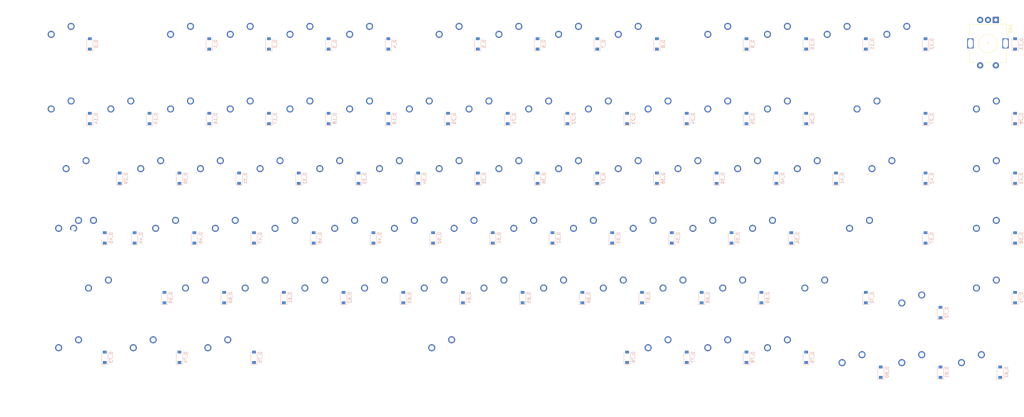
<source format=kicad_pcb>
(kicad_pcb (version 20171130) (host pcbnew "(5.1.4)-1")
  (layers (0 F.Cu signal) (31 B.Cu signal) (34 B.Paste user) (35 F.Paste user) (36 B.SilkS user) (37 F.SilkS user) (38 B.Mask user) (39 F.Mask user) (44 Edge.Cuts user))
  (net 0 "")
  (net 1 col0)
  (net 2 col1)
  (net 3 col2)
  (net 4 col3)
  (net 5 col4)
  (net 6 col5)
  (net 7 col6)
  (net 8 col7)
  (net 9 col8)
  (net 10 col9)
  (net 11 col10)
  (net 12 col11)
  (net 13 col12)
  (net 14 col13)
  (net 15 row0)
  (net 16 row1)
  (net 17 row2)
  (net 18 row3)
  (net 19 row4)
  (net 20 row5)
  (net 21 "Net-(D_0-Pad2)")
  (net 22 "Net-(D_1-Pad2)")
  (net 23 "Net-(D_2-Pad2)")
  (net 24 "Net-(D_3-Pad2)")
  (net 25 "Net-(D_4-Pad2)")
  (net 26 "Net-(D_5-Pad2)")
  (net 27 "Net-(D_6-Pad2)")
  (net 28 "Net-(D_7-Pad2)")
  (net 29 "Net-(D_8-Pad2)")
  (net 30 "Net-(D_9-Pad2)")
  (net 31 "Net-(D_10-Pad2)")
  (net 32 "Net-(D_11-Pad2)")
  (net 33 "Net-(D_12-Pad2)")
  (net 34 "Net-(D_14-Pad2)")
  (net 35 "Net-(D_15-Pad2)")
  (net 36 "Net-(D_16-Pad2)")
  (net 37 "Net-(D_17-Pad2)")
  (net 38 "Net-(D_18-Pad2)")
  (net 39 "Net-(D_19-Pad2)")
  (net 40 "Net-(D_20-Pad2)")
  (net 41 "Net-(D_21-Pad2)")
  (net 42 "Net-(D_22-Pad2)")
  (net 43 "Net-(D_23-Pad2)")
  (net 44 "Net-(D_24-Pad2)")
  (net 45 "Net-(D_25-Pad2)")
  (net 46 "Net-(D_26-Pad2)")
  (net 47 "Net-(D_27-Pad2)")
  (net 48 "Net-(D_28-Pad2)")
  (net 49 "Net-(D_29-Pad2)")
  (net 50 "Net-(D_30-Pad2)")
  (net 51 "Net-(D_31-Pad2)")
  (net 52 "Net-(D_32-Pad2)")
  (net 53 "Net-(D_33-Pad2)")
  (net 54 "Net-(D_34-Pad2)")
  (net 55 "Net-(D_35-Pad2)")
  (net 56 "Net-(D_36-Pad2)")
  (net 57 "Net-(D_37-Pad2)")
  (net 58 "Net-(D_38-Pad2)")
  (net 59 "Net-(D_39-Pad2)")
  (net 60 "Net-(D_40-Pad2)")
  (net 61 "Net-(D_41-Pad2)")
  (net 62 "Net-(D_42-Pad2)")
  (net 63 "Net-(D_43-Pad2)")
  (net 64 "Net-(D_44-Pad2)")
  (net 65 "Net-(D_46-Pad2)")
  (net 66 "Net-(D_47-Pad2)")
  (net 67 "Net-(D_48-Pad2)")
  (net 68 "Net-(D_49-Pad2)")
  (net 69 "Net-(D_50-Pad2)")
  (net 70 "Net-(D_51-Pad2)")
  (net 71 "Net-(D_52-Pad2)")
  (net 72 "Net-(D_53-Pad2)")
  (net 73 "Net-(D_54-Pad2)")
  (net 74 "Net-(D_55-Pad2)")
  (net 75 "Net-(D_56-Pad2)")
  (net 76 "Net-(D_57-Pad2)")
  (net 77 "Net-(D_58-Pad2)")
  (net 78 "Net-(D_59-Pad2)")
  (net 79 "Net-(D_60-Pad2)")
  (net 80 "Net-(D_61-Pad2)")
  (net 81 "Net-(D_62-Pad2)")
  (net 82 "Net-(D_63-Pad2)")
  (net 83 "Net-(D_64-Pad2)")
  (net 84 "Net-(D_65-Pad2)")
  (net 85 "Net-(D_66-Pad2)")
  (net 86 "Net-(D_67-Pad2)")
  (net 87 "Net-(D_68-Pad2)")
  (net 88 "Net-(D_69-Pad2)")
  (net 89 "Net-(D_70-Pad2)")
  (net 90 "Net-(D_72-Pad2)")
  (net 91 "Net-(D_71-Pad2)")
  (net 92 "Net-(D_73-Pad2)")
  (net 93 "Net-(D_74-Pad2)")
  (net 94 "Net-(D_75-Pad2)")
  (net 95 "Net-(D_76-Pad2)")
  (net 96 "Net-(D_77-Pad2)")
  (net 97 "Net-(D_78-Pad2)")
  (net 98 "Net-(D_79-Pad2)")
  (net 99 "Net-(D_80-Pad2)")
  (net 100 "Net-(D_81-Pad2)")
  (net 101 "Net-(D_82-Pad2)")
  (net 102 ENB2)
  (net 103 ENB1)
  (net 104 "Net-(SW1-PadA)")
  (net 105 "Net-(SW1-PadC)")
  (net 106 "Net-(SW1-PadB)")
  (module MX_Only:MXOnly-1U-NoLED (layer F.Cu) (at 322.2625 162.71875)
    (fp_text reference K_54)
    (fp_text value KEYSW)
    (pad 2 thru_hole circle (at 2.54 -5.08) (size 2.25 2.25) (drill 1.47) (layers *.Cu B.Mask) (net 73 "Net-(D_54-Pad2)"))
    (pad "" np_thru_hole circle (at 0 0) (size 3.9878 3.9878) (drill 3.9878) (layers *.Cu *.Mask))
    (pad 1 thru_hole circle (at -3.81 -2.54) (size 2.25 2.25) (drill 1.47) (layers *.Cu B.Mask) (net 10 col9))
    (pad "" np_thru_hole circle (at -5.08 0 48.0996) (size 1.75 1.75) (drill 1.75) (layers *.Cu *.Mask))
    (pad "" np_thru_hole circle (at 5.08 0 48.0996) (size 1.75 1.75) (drill 1.75) (layers *.Cu *.Mask))
  )
  (module MX_Only:MXOnly-1U-NoLED (layer F.Cu) (at 427.0375 205.58125)
    (fp_text reference K_82)
    (fp_text value KEYSW)
    (pad 2 thru_hole circle (at 2.54 -5.08) (size 2.25 2.25) (drill 1.47) (layers *.Cu B.Mask) (net 101 "Net-(D_82-Pad2)"))
    (pad "" np_thru_hole circle (at 0 0) (size 3.9878 3.9878) (drill 3.9878) (layers *.Cu *.Mask))
    (pad 1 thru_hole circle (at -3.81 -2.54) (size 2.25 2.25) (drill 1.47) (layers *.Cu B.Mask) (net 103 ENB1))
    (pad "" np_thru_hole circle (at -5.08 0 48.0996) (size 1.75 1.75) (drill 1.75) (layers *.Cu *.Mask))
    (pad "" np_thru_hole circle (at 5.08 0 48.0996) (size 1.75 1.75) (drill 1.75) (layers *.Cu *.Mask))
  )
  (module MX_Only:MXOnly-1U-NoLED (layer F.Cu) (at 407.9875 205.58125)
    (fp_text reference K_81)
    (fp_text value KEYSW)
    (pad 2 thru_hole circle (at 2.54 -5.08) (size 2.25 2.25) (drill 1.47) (layers *.Cu B.Mask) (net 100 "Net-(D_81-Pad2)"))
    (pad "" np_thru_hole circle (at 0 0) (size 3.9878 3.9878) (drill 3.9878) (layers *.Cu *.Mask))
    (pad 1 thru_hole circle (at -3.81 -2.54) (size 2.25 2.25) (drill 1.47) (layers *.Cu B.Mask) (net 14 col13))
    (pad "" np_thru_hole circle (at -5.08 0 48.0996) (size 1.75 1.75) (drill 1.75) (layers *.Cu *.Mask))
    (pad "" np_thru_hole circle (at 5.08 0 48.0996) (size 1.75 1.75) (drill 1.75) (layers *.Cu *.Mask))
  )
  (module MX_Only:MXOnly-1U-NoLED (layer F.Cu) (at 388.9375 205.58125)
    (fp_text reference K_80)
    (fp_text value KEYSW)
    (pad 2 thru_hole circle (at 2.54 -5.08) (size 2.25 2.25) (drill 1.47) (layers *.Cu B.Mask) (net 99 "Net-(D_80-Pad2)"))
    (pad "" np_thru_hole circle (at 0 0) (size 3.9878 3.9878) (drill 3.9878) (layers *.Cu *.Mask))
    (pad 1 thru_hole circle (at -3.81 -2.54) (size 2.25 2.25) (drill 1.47) (layers *.Cu B.Mask) (net 13 col12))
    (pad "" np_thru_hole circle (at -5.08 0 48.0996) (size 1.75 1.75) (drill 1.75) (layers *.Cu *.Mask))
    (pad "" np_thru_hole circle (at 5.08 0 48.0996) (size 1.75 1.75) (drill 1.75) (layers *.Cu *.Mask))
  )
  (module MX_Only:MXOnly-1U-NoLED (layer F.Cu) (at 365.125 200.81875)
    (fp_text reference K_79)
    (fp_text value KEYSW)
    (pad 2 thru_hole circle (at 2.54 -5.08) (size 2.25 2.25) (drill 1.47) (layers *.Cu B.Mask) (net 98 "Net-(D_79-Pad2)"))
    (pad "" np_thru_hole circle (at 0 0) (size 3.9878 3.9878) (drill 3.9878) (layers *.Cu *.Mask))
    (pad 1 thru_hole circle (at -3.81 -2.54) (size 2.25 2.25) (drill 1.47) (layers *.Cu B.Mask) (net 12 col11))
    (pad "" np_thru_hole circle (at -5.08 0 48.0996) (size 1.75 1.75) (drill 1.75) (layers *.Cu *.Mask))
    (pad "" np_thru_hole circle (at 5.08 0 48.0996) (size 1.75 1.75) (drill 1.75) (layers *.Cu *.Mask))
  )
  (module MX_Only:MXOnly-1U-NoLED (layer F.Cu) (at 346.075 200.81875)
    (fp_text reference K_78)
    (fp_text value KEYSW)
    (pad 2 thru_hole circle (at 2.54 -5.08) (size 2.25 2.25) (drill 1.47) (layers *.Cu B.Mask) (net 97 "Net-(D_78-Pad2)"))
    (pad "" np_thru_hole circle (at 0 0) (size 3.9878 3.9878) (drill 3.9878) (layers *.Cu *.Mask))
    (pad 1 thru_hole circle (at -3.81 -2.54) (size 2.25 2.25) (drill 1.47) (layers *.Cu B.Mask) (net 11 col10))
    (pad "" np_thru_hole circle (at -5.08 0 48.0996) (size 1.75 1.75) (drill 1.75) (layers *.Cu *.Mask))
    (pad "" np_thru_hole circle (at 5.08 0 48.0996) (size 1.75 1.75) (drill 1.75) (layers *.Cu *.Mask))
  )
  (module MX_Only:MXOnly-1U-NoLED (layer F.Cu) (at 327.025 200.81875)
    (fp_text reference K_77)
    (fp_text value KEYSW)
    (pad 2 thru_hole circle (at 2.54 -5.08) (size 2.25 2.25) (drill 1.47) (layers *.Cu B.Mask) (net 96 "Net-(D_77-Pad2)"))
    (pad "" np_thru_hole circle (at 0 0) (size 3.9878 3.9878) (drill 3.9878) (layers *.Cu *.Mask))
    (pad 1 thru_hole circle (at -3.81 -2.54) (size 2.25 2.25) (drill 1.47) (layers *.Cu B.Mask) (net 10 col9))
    (pad "" np_thru_hole circle (at -5.08 0 48.0996) (size 1.75 1.75) (drill 1.75) (layers *.Cu *.Mask))
    (pad "" np_thru_hole circle (at 5.08 0 48.0996) (size 1.75 1.75) (drill 1.75) (layers *.Cu *.Mask))
  )
  (module MX_Only:MXOnly-6.25U-NoLED (layer F.Cu) (at 257.96875 200.81875)
    (fp_text reference K_76)
    (fp_text value KEYSW)
    (pad 2 thru_hole circle (at 2.54 -5.08) (size 2.25 2.25) (drill 1.47) (layers *.Cu B.Mask) (net 95 "Net-(D_76-Pad2)"))
    (pad "" np_thru_hole circle (at 0 0) (size 3.9878 3.9878) (drill 3.9878) (layers *.Cu *.Mask))
    (pad 1 thru_hole circle (at -3.81 -2.54) (size 2.25 2.25) (drill 1.47) (layers *.Cu B.Mask) (net 6 col5))
    (pad "" np_thru_hole circle (at -5.08 0 48.0996) (size 1.75 1.75) (drill 1.75) (layers *.Cu *.Mask))
    (pad "" np_thru_hole circle (at 5.08 0 48.0996) (size 1.75 1.75) (drill 1.75) (layers *.Cu *.Mask))
    (pad "" np_thru_hole circle (at -49.9999 -6.985) (size 3.048 3.048) (drill 3.048) (layers *.Cu *.Mask))
    (pad "" np_thru_hole circle (at 49.9999 -6.985) (size 3.048 3.048) (drill 3.048) (layers *.Cu *.Mask))
    (pad "" np_thru_hole circle (at -49.9999 8.255) (size 3.9878 3.9878) (drill 3.9878) (layers *.Cu *.Mask))
    (pad "" np_thru_hole circle (at 49.9999 8.255) (size 3.9878 3.9878) (drill 3.9878) (layers *.Cu *.Mask))
  )
  (module MX_Only:MXOnly-1.25U-NoLED (layer F.Cu) (at 186.53125 200.81875)
    (fp_text reference K_75)
    (fp_text value KEYSW)
    (pad 2 thru_hole circle (at 2.54 -5.08) (size 2.25 2.25) (drill 1.47) (layers *.Cu B.Mask) (net 94 "Net-(D_75-Pad2)"))
    (pad "" np_thru_hole circle (at 0 0) (size 3.9878 3.9878) (drill 3.9878) (layers *.Cu *.Mask))
    (pad 1 thru_hole circle (at -3.81 -2.54) (size 2.25 2.25) (drill 1.47) (layers *.Cu B.Mask) (net 3 col2))
    (pad "" np_thru_hole circle (at -5.08 0 48.0996) (size 1.75 1.75) (drill 1.75) (layers *.Cu *.Mask))
    (pad "" np_thru_hole circle (at 5.08 0 48.0996) (size 1.75 1.75) (drill 1.75) (layers *.Cu *.Mask))
  )
  (module MX_Only:MXOnly-1.25U-NoLED (layer F.Cu) (at 162.71875 200.81875)
    (fp_text reference K_74)
    (fp_text value KEYSW)
    (pad 2 thru_hole circle (at 2.54 -5.08) (size 2.25 2.25) (drill 1.47) (layers *.Cu B.Mask) (net 93 "Net-(D_74-Pad2)"))
    (pad "" np_thru_hole circle (at 0 0) (size 3.9878 3.9878) (drill 3.9878) (layers *.Cu *.Mask))
    (pad 1 thru_hole circle (at -3.81 -2.54) (size 2.25 2.25) (drill 1.47) (layers *.Cu B.Mask) (net 2 col1))
    (pad "" np_thru_hole circle (at -5.08 0 48.0996) (size 1.75 1.75) (drill 1.75) (layers *.Cu *.Mask))
    (pad "" np_thru_hole circle (at 5.08 0 48.0996) (size 1.75 1.75) (drill 1.75) (layers *.Cu *.Mask))
  )
  (module MX_Only:MXOnly-1.25U-NoLED (layer F.Cu) (at 138.90625 200.81875)
    (fp_text reference K_73)
    (fp_text value KEYSW)
    (pad 2 thru_hole circle (at 2.54 -5.08) (size 2.25 2.25) (drill 1.47) (layers *.Cu B.Mask) (net 92 "Net-(D_73-Pad2)"))
    (pad "" np_thru_hole circle (at 0 0) (size 3.9878 3.9878) (drill 3.9878) (layers *.Cu *.Mask))
    (pad 1 thru_hole circle (at -3.81 -2.54) (size 2.25 2.25) (drill 1.47) (layers *.Cu B.Mask) (net 1 col0))
    (pad "" np_thru_hole circle (at -5.08 0 48.0996) (size 1.75 1.75) (drill 1.75) (layers *.Cu *.Mask))
    (pad "" np_thru_hole circle (at 5.08 0 48.0996) (size 1.75 1.75) (drill 1.75) (layers *.Cu *.Mask))
  )
  (module MX_Only:MXOnly-1U-NoLED (layer F.Cu) (at 407.9875 186.53125)
    (fp_text reference K_72)
    (fp_text value KEYSW)
    (pad 2 thru_hole circle (at 2.54 -5.08) (size 2.25 2.25) (drill 1.47) (layers *.Cu B.Mask) (net 90 "Net-(D_72-Pad2)"))
    (pad "" np_thru_hole circle (at 0 0) (size 3.9878 3.9878) (drill 3.9878) (layers *.Cu *.Mask))
    (pad 1 thru_hole circle (at -3.81 -2.54) (size 2.25 2.25) (drill 1.47) (layers *.Cu B.Mask) (net 14 col13))
    (pad "" np_thru_hole circle (at -5.08 0 48.0996) (size 1.75 1.75) (drill 1.75) (layers *.Cu *.Mask))
    (pad "" np_thru_hole circle (at 5.08 0 48.0996) (size 1.75 1.75) (drill 1.75) (layers *.Cu *.Mask))
  )
  (module MX_Only:MXOnly-1U-NoLED (layer F.Cu) (at 431.8 181.76875)
    (fp_text reference K_71)
    (fp_text value KEYSW)
    (pad 2 thru_hole circle (at 2.54 -5.08) (size 2.25 2.25) (drill 1.47) (layers *.Cu B.Mask) (net 91 "Net-(D_71-Pad2)"))
    (pad "" np_thru_hole circle (at 0 0) (size 3.9878 3.9878) (drill 3.9878) (layers *.Cu *.Mask))
    (pad 1 thru_hole circle (at -3.81 -2.54) (size 2.25 2.25) (drill 1.47) (layers *.Cu B.Mask) (net 103 ENB1))
    (pad "" np_thru_hole circle (at -5.08 0 48.0996) (size 1.75 1.75) (drill 1.75) (layers *.Cu *.Mask))
    (pad "" np_thru_hole circle (at 5.08 0 48.0996) (size 1.75 1.75) (drill 1.75) (layers *.Cu *.Mask))
  )
  (module MX_Only:MXOnly-1.75U-NoLED (layer F.Cu) (at 377.03125 181.76875)
    (fp_text reference K_70)
    (fp_text value KEYSW)
    (pad 2 thru_hole circle (at 2.54 -5.08) (size 2.25 2.25) (drill 1.47) (layers *.Cu B.Mask) (net 89 "Net-(D_70-Pad2)"))
    (pad "" np_thru_hole circle (at 0 0) (size 3.9878 3.9878) (drill 3.9878) (layers *.Cu *.Mask))
    (pad 1 thru_hole circle (at -3.81 -2.54) (size 2.25 2.25) (drill 1.47) (layers *.Cu B.Mask) (net 13 col12))
    (pad "" np_thru_hole circle (at -5.08 0 48.0996) (size 1.75 1.75) (drill 1.75) (layers *.Cu *.Mask))
    (pad "" np_thru_hole circle (at 5.08 0 48.0996) (size 1.75 1.75) (drill 1.75) (layers *.Cu *.Mask))
  )
  (module MX_Only:MXOnly-1U-NoLED (layer F.Cu) (at 350.8375 181.76875)
    (fp_text reference K_69)
    (fp_text value KEYSW)
    (pad 2 thru_hole circle (at 2.54 -5.08) (size 2.25 2.25) (drill 1.47) (layers *.Cu B.Mask) (net 88 "Net-(D_69-Pad2)"))
    (pad "" np_thru_hole circle (at 0 0) (size 3.9878 3.9878) (drill 3.9878) (layers *.Cu *.Mask))
    (pad 1 thru_hole circle (at -3.81 -2.54) (size 2.25 2.25) (drill 1.47) (layers *.Cu B.Mask) (net 11 col10))
    (pad "" np_thru_hole circle (at -5.08 0 48.0996) (size 1.75 1.75) (drill 1.75) (layers *.Cu *.Mask))
    (pad "" np_thru_hole circle (at 5.08 0 48.0996) (size 1.75 1.75) (drill 1.75) (layers *.Cu *.Mask))
  )
  (module MX_Only:MXOnly-1U-NoLED (layer F.Cu) (at 331.7875 181.76875)
    (fp_text reference K_68)
    (fp_text value KEYSW)
    (pad 2 thru_hole circle (at 2.54 -5.08) (size 2.25 2.25) (drill 1.47) (layers *.Cu B.Mask) (net 87 "Net-(D_68-Pad2)"))
    (pad "" np_thru_hole circle (at 0 0) (size 3.9878 3.9878) (drill 3.9878) (layers *.Cu *.Mask))
    (pad 1 thru_hole circle (at -3.81 -2.54) (size 2.25 2.25) (drill 1.47) (layers *.Cu B.Mask) (net 10 col9))
    (pad "" np_thru_hole circle (at -5.08 0 48.0996) (size 1.75 1.75) (drill 1.75) (layers *.Cu *.Mask))
    (pad "" np_thru_hole circle (at 5.08 0 48.0996) (size 1.75 1.75) (drill 1.75) (layers *.Cu *.Mask))
  )
  (module MX_Only:MXOnly-1U-NoLED (layer F.Cu) (at 312.7375 181.76875)
    (fp_text reference K_67)
    (fp_text value KEYSW)
    (pad 2 thru_hole circle (at 2.54 -5.08) (size 2.25 2.25) (drill 1.47) (layers *.Cu B.Mask) (net 86 "Net-(D_67-Pad2)"))
    (pad "" np_thru_hole circle (at 0 0) (size 3.9878 3.9878) (drill 3.9878) (layers *.Cu *.Mask))
    (pad 1 thru_hole circle (at -3.81 -2.54) (size 2.25 2.25) (drill 1.47) (layers *.Cu B.Mask) (net 9 col8))
    (pad "" np_thru_hole circle (at -5.08 0 48.0996) (size 1.75 1.75) (drill 1.75) (layers *.Cu *.Mask))
    (pad "" np_thru_hole circle (at 5.08 0 48.0996) (size 1.75 1.75) (drill 1.75) (layers *.Cu *.Mask))
  )
  (module MX_Only:MXOnly-1U-NoLED (layer F.Cu) (at 293.6875 181.76875)
    (fp_text reference K_66)
    (fp_text value KEYSW)
    (pad 2 thru_hole circle (at 2.54 -5.08) (size 2.25 2.25) (drill 1.47) (layers *.Cu B.Mask) (net 85 "Net-(D_66-Pad2)"))
    (pad "" np_thru_hole circle (at 0 0) (size 3.9878 3.9878) (drill 3.9878) (layers *.Cu *.Mask))
    (pad 1 thru_hole circle (at -3.81 -2.54) (size 2.25 2.25) (drill 1.47) (layers *.Cu B.Mask) (net 8 col7))
    (pad "" np_thru_hole circle (at -5.08 0 48.0996) (size 1.75 1.75) (drill 1.75) (layers *.Cu *.Mask))
    (pad "" np_thru_hole circle (at 5.08 0 48.0996) (size 1.75 1.75) (drill 1.75) (layers *.Cu *.Mask))
  )
  (module MX_Only:MXOnly-1U-NoLED (layer F.Cu) (at 274.6375 181.76875)
    (fp_text reference K_65)
    (fp_text value KEYSW)
    (pad 2 thru_hole circle (at 2.54 -5.08) (size 2.25 2.25) (drill 1.47) (layers *.Cu B.Mask) (net 84 "Net-(D_65-Pad2)"))
    (pad "" np_thru_hole circle (at 0 0) (size 3.9878 3.9878) (drill 3.9878) (layers *.Cu *.Mask))
    (pad 1 thru_hole circle (at -3.81 -2.54) (size 2.25 2.25) (drill 1.47) (layers *.Cu B.Mask) (net 7 col6))
    (pad "" np_thru_hole circle (at -5.08 0 48.0996) (size 1.75 1.75) (drill 1.75) (layers *.Cu *.Mask))
    (pad "" np_thru_hole circle (at 5.08 0 48.0996) (size 1.75 1.75) (drill 1.75) (layers *.Cu *.Mask))
  )
  (module MX_Only:MXOnly-1U-NoLED (layer F.Cu) (at 255.5875 181.76875)
    (fp_text reference K_64)
    (fp_text value KEYSW)
    (pad 2 thru_hole circle (at 2.54 -5.08) (size 2.25 2.25) (drill 1.47) (layers *.Cu B.Mask) (net 83 "Net-(D_64-Pad2)"))
    (pad "" np_thru_hole circle (at 0 0) (size 3.9878 3.9878) (drill 3.9878) (layers *.Cu *.Mask))
    (pad 1 thru_hole circle (at -3.81 -2.54) (size 2.25 2.25) (drill 1.47) (layers *.Cu B.Mask) (net 6 col5))
    (pad "" np_thru_hole circle (at -5.08 0 48.0996) (size 1.75 1.75) (drill 1.75) (layers *.Cu *.Mask))
    (pad "" np_thru_hole circle (at 5.08 0 48.0996) (size 1.75 1.75) (drill 1.75) (layers *.Cu *.Mask))
  )
  (module MX_Only:MXOnly-1U-NoLED (layer F.Cu) (at 236.5375 181.76875)
    (fp_text reference K_63)
    (fp_text value KEYSW)
    (pad 2 thru_hole circle (at 2.54 -5.08) (size 2.25 2.25) (drill 1.47) (layers *.Cu B.Mask) (net 82 "Net-(D_63-Pad2)"))
    (pad "" np_thru_hole circle (at 0 0) (size 3.9878 3.9878) (drill 3.9878) (layers *.Cu *.Mask))
    (pad 1 thru_hole circle (at -3.81 -2.54) (size 2.25 2.25) (drill 1.47) (layers *.Cu B.Mask) (net 5 col4))
    (pad "" np_thru_hole circle (at -5.08 0 48.0996) (size 1.75 1.75) (drill 1.75) (layers *.Cu *.Mask))
    (pad "" np_thru_hole circle (at 5.08 0 48.0996) (size 1.75 1.75) (drill 1.75) (layers *.Cu *.Mask))
  )
  (module MX_Only:MXOnly-1U-NoLED (layer F.Cu) (at 217.4875 181.76875)
    (fp_text reference K_62)
    (fp_text value KEYSW)
    (pad 2 thru_hole circle (at 2.54 -5.08) (size 2.25 2.25) (drill 1.47) (layers *.Cu B.Mask) (net 81 "Net-(D_62-Pad2)"))
    (pad "" np_thru_hole circle (at 0 0) (size 3.9878 3.9878) (drill 3.9878) (layers *.Cu *.Mask))
    (pad 1 thru_hole circle (at -3.81 -2.54) (size 2.25 2.25) (drill 1.47) (layers *.Cu B.Mask) (net 4 col3))
    (pad "" np_thru_hole circle (at -5.08 0 48.0996) (size 1.75 1.75) (drill 1.75) (layers *.Cu *.Mask))
    (pad "" np_thru_hole circle (at 5.08 0 48.0996) (size 1.75 1.75) (drill 1.75) (layers *.Cu *.Mask))
  )
  (module MX_Only:MXOnly-1U-NoLED (layer F.Cu) (at 198.4375 181.76875)
    (fp_text reference K_61)
    (fp_text value KEYSW)
    (pad 2 thru_hole circle (at 2.54 -5.08) (size 2.25 2.25) (drill 1.47) (layers *.Cu B.Mask) (net 80 "Net-(D_61-Pad2)"))
    (pad "" np_thru_hole circle (at 0 0) (size 3.9878 3.9878) (drill 3.9878) (layers *.Cu *.Mask))
    (pad 1 thru_hole circle (at -3.81 -2.54) (size 2.25 2.25) (drill 1.47) (layers *.Cu B.Mask) (net 3 col2))
    (pad "" np_thru_hole circle (at -5.08 0 48.0996) (size 1.75 1.75) (drill 1.75) (layers *.Cu *.Mask))
    (pad "" np_thru_hole circle (at 5.08 0 48.0996) (size 1.75 1.75) (drill 1.75) (layers *.Cu *.Mask))
  )
  (module MX_Only:MXOnly-1U-NoLED (layer F.Cu) (at 179.3875 181.76875)
    (fp_text reference K_60)
    (fp_text value KEYSW)
    (pad 2 thru_hole circle (at 2.54 -5.08) (size 2.25 2.25) (drill 1.47) (layers *.Cu B.Mask) (net 79 "Net-(D_60-Pad2)"))
    (pad "" np_thru_hole circle (at 0 0) (size 3.9878 3.9878) (drill 3.9878) (layers *.Cu *.Mask))
    (pad 1 thru_hole circle (at -3.81 -2.54) (size 2.25 2.25) (drill 1.47) (layers *.Cu B.Mask) (net 2 col1))
    (pad "" np_thru_hole circle (at -5.08 0 48.0996) (size 1.75 1.75) (drill 1.75) (layers *.Cu *.Mask))
    (pad "" np_thru_hole circle (at 5.08 0 48.0996) (size 1.75 1.75) (drill 1.75) (layers *.Cu *.Mask))
  )
  (module MX_Only:MXOnly-2.25U-NoLED (layer F.Cu) (at 148.43125 181.76875)
    (fp_text reference K_59)
    (fp_text value KEYSW)
    (pad 2 thru_hole circle (at 2.54 -5.08) (size 2.25 2.25) (drill 1.47) (layers *.Cu B.Mask) (net 78 "Net-(D_59-Pad2)"))
    (pad "" np_thru_hole circle (at 0 0) (size 3.9878 3.9878) (drill 3.9878) (layers *.Cu *.Mask))
    (pad 1 thru_hole circle (at -3.81 -2.54) (size 2.25 2.25) (drill 1.47) (layers *.Cu B.Mask) (net 1 col0))
    (pad "" np_thru_hole circle (at -5.08 0 48.0996) (size 1.75 1.75) (drill 1.75) (layers *.Cu *.Mask))
    (pad "" np_thru_hole circle (at 5.08 0 48.0996) (size 1.75 1.75) (drill 1.75) (layers *.Cu *.Mask))
    (pad "" np_thru_hole circle (at -11.90625 -6.985) (size 3.048 3.048) (drill 3.048) (layers *.Cu *.Mask))
    (pad "" np_thru_hole circle (at 11.90625 -6.985) (size 3.048 3.048) (drill 3.048) (layers *.Cu *.Mask))
    (pad "" np_thru_hole circle (at -11.90625 8.255) (size 3.9878 3.9878) (drill 3.9878) (layers *.Cu *.Mask))
    (pad "" np_thru_hole circle (at 11.90625 8.255) (size 3.9878 3.9878) (drill 3.9878) (layers *.Cu *.Mask))
  )
  (module MX_Only:MXOnly-1U-NoLED (layer F.Cu) (at 431.8 162.71875)
    (fp_text reference K_58)
    (fp_text value KEYSW)
    (pad 2 thru_hole circle (at 2.54 -5.08) (size 2.25 2.25) (drill 1.47) (layers *.Cu B.Mask) (net 77 "Net-(D_58-Pad2)"))
    (pad "" np_thru_hole circle (at 0 0) (size 3.9878 3.9878) (drill 3.9878) (layers *.Cu *.Mask))
    (pad 1 thru_hole circle (at -3.81 -2.54) (size 2.25 2.25) (drill 1.47) (layers *.Cu B.Mask) (net 103 ENB1))
    (pad "" np_thru_hole circle (at -5.08 0 48.0996) (size 1.75 1.75) (drill 1.75) (layers *.Cu *.Mask))
    (pad "" np_thru_hole circle (at 5.08 0 48.0996) (size 1.75 1.75) (drill 1.75) (layers *.Cu *.Mask))
  )
  (module MX_Only:MXOnly-2.25U-NoLED (layer F.Cu) (at 391.31875 162.71875)
    (fp_text reference K_57)
    (fp_text value KEYSW)
    (pad 2 thru_hole circle (at 2.54 -5.08) (size 2.25 2.25) (drill 1.47) (layers *.Cu B.Mask) (net 76 "Net-(D_57-Pad2)"))
    (pad "" np_thru_hole circle (at 0 0) (size 3.9878 3.9878) (drill 3.9878) (layers *.Cu *.Mask))
    (pad 1 thru_hole circle (at -3.81 -2.54) (size 2.25 2.25) (drill 1.47) (layers *.Cu B.Mask) (net 13 col12))
    (pad "" np_thru_hole circle (at -5.08 0 48.0996) (size 1.75 1.75) (drill 1.75) (layers *.Cu *.Mask))
    (pad "" np_thru_hole circle (at 5.08 0 48.0996) (size 1.75 1.75) (drill 1.75) (layers *.Cu *.Mask))
    (pad "" np_thru_hole circle (at -11.90625 -6.985) (size 3.048 3.048) (drill 3.048) (layers *.Cu *.Mask))
    (pad "" np_thru_hole circle (at 11.90625 -6.985) (size 3.048 3.048) (drill 3.048) (layers *.Cu *.Mask))
    (pad "" np_thru_hole circle (at -11.90625 8.255) (size 3.9878 3.9878) (drill 3.9878) (layers *.Cu *.Mask))
    (pad "" np_thru_hole circle (at 11.90625 8.255) (size 3.9878 3.9878) (drill 3.9878) (layers *.Cu *.Mask))
  )
  (module MX_Only:MXOnly-1U-NoLED (layer F.Cu) (at 360.3625 162.71875)
    (fp_text reference K_56)
    (fp_text value KEYSW)
    (pad 2 thru_hole circle (at 2.54 -5.08) (size 2.25 2.25) (drill 1.47) (layers *.Cu B.Mask) (net 75 "Net-(D_56-Pad2)"))
    (pad "" np_thru_hole circle (at 0 0) (size 3.9878 3.9878) (drill 3.9878) (layers *.Cu *.Mask))
    (pad 1 thru_hole circle (at -3.81 -2.54) (size 2.25 2.25) (drill 1.47) (layers *.Cu B.Mask) (net 12 col11))
    (pad "" np_thru_hole circle (at -5.08 0 48.0996) (size 1.75 1.75) (drill 1.75) (layers *.Cu *.Mask))
    (pad "" np_thru_hole circle (at 5.08 0 48.0996) (size 1.75 1.75) (drill 1.75) (layers *.Cu *.Mask))
  )
  (module MX_Only:MXOnly-1U-NoLED (layer F.Cu) (at 341.3125 162.71875)
    (fp_text reference K_55)
    (fp_text value KEYSW)
    (pad 2 thru_hole circle (at 2.54 -5.08) (size 2.25 2.25) (drill 1.47) (layers *.Cu B.Mask) (net 74 "Net-(D_55-Pad2)"))
    (pad "" np_thru_hole circle (at 0 0) (size 3.9878 3.9878) (drill 3.9878) (layers *.Cu *.Mask))
    (pad 1 thru_hole circle (at -3.81 -2.54) (size 2.25 2.25) (drill 1.47) (layers *.Cu B.Mask) (net 11 col10))
    (pad "" np_thru_hole circle (at -5.08 0 48.0996) (size 1.75 1.75) (drill 1.75) (layers *.Cu *.Mask))
    (pad "" np_thru_hole circle (at 5.08 0 48.0996) (size 1.75 1.75) (drill 1.75) (layers *.Cu *.Mask))
  )
  (module MX_Only:MXOnly-1U-NoLED (layer F.Cu) (at 303.2125 162.71875)
    (fp_text reference K_53)
    (fp_text value KEYSW)
    (pad 2 thru_hole circle (at 2.54 -5.08) (size 2.25 2.25) (drill 1.47) (layers *.Cu B.Mask) (net 72 "Net-(D_53-Pad2)"))
    (pad "" np_thru_hole circle (at 0 0) (size 3.9878 3.9878) (drill 3.9878) (layers *.Cu *.Mask))
    (pad 1 thru_hole circle (at -3.81 -2.54) (size 2.25 2.25) (drill 1.47) (layers *.Cu B.Mask) (net 9 col8))
    (pad "" np_thru_hole circle (at -5.08 0 48.0996) (size 1.75 1.75) (drill 1.75) (layers *.Cu *.Mask))
    (pad "" np_thru_hole circle (at 5.08 0 48.0996) (size 1.75 1.75) (drill 1.75) (layers *.Cu *.Mask))
  )
  (module MX_Only:MXOnly-1U-NoLED (layer F.Cu) (at 284.1625 162.71875)
    (fp_text reference K_52)
    (fp_text value KEYSW)
    (pad 2 thru_hole circle (at 2.54 -5.08) (size 2.25 2.25) (drill 1.47) (layers *.Cu B.Mask) (net 71 "Net-(D_52-Pad2)"))
    (pad "" np_thru_hole circle (at 0 0) (size 3.9878 3.9878) (drill 3.9878) (layers *.Cu *.Mask))
    (pad 1 thru_hole circle (at -3.81 -2.54) (size 2.25 2.25) (drill 1.47) (layers *.Cu B.Mask) (net 8 col7))
    (pad "" np_thru_hole circle (at -5.08 0 48.0996) (size 1.75 1.75) (drill 1.75) (layers *.Cu *.Mask))
    (pad "" np_thru_hole circle (at 5.08 0 48.0996) (size 1.75 1.75) (drill 1.75) (layers *.Cu *.Mask))
  )
  (module MX_Only:MXOnly-1U-NoLED (layer F.Cu) (at 265.1125 162.71875)
    (fp_text reference K_51)
    (fp_text value KEYSW)
    (pad 2 thru_hole circle (at 2.54 -5.08) (size 2.25 2.25) (drill 1.47) (layers *.Cu B.Mask) (net 70 "Net-(D_51-Pad2)"))
    (pad "" np_thru_hole circle (at 0 0) (size 3.9878 3.9878) (drill 3.9878) (layers *.Cu *.Mask))
    (pad 1 thru_hole circle (at -3.81 -2.54) (size 2.25 2.25) (drill 1.47) (layers *.Cu B.Mask) (net 7 col6))
    (pad "" np_thru_hole circle (at -5.08 0 48.0996) (size 1.75 1.75) (drill 1.75) (layers *.Cu *.Mask))
    (pad "" np_thru_hole circle (at 5.08 0 48.0996) (size 1.75 1.75) (drill 1.75) (layers *.Cu *.Mask))
  )
  (module MX_Only:MXOnly-1U-NoLED (layer F.Cu) (at 246.0625 162.71875)
    (fp_text reference K_50)
    (fp_text value KEYSW)
    (pad 2 thru_hole circle (at 2.54 -5.08) (size 2.25 2.25) (drill 1.47) (layers *.Cu B.Mask) (net 69 "Net-(D_50-Pad2)"))
    (pad "" np_thru_hole circle (at 0 0) (size 3.9878 3.9878) (drill 3.9878) (layers *.Cu *.Mask))
    (pad 1 thru_hole circle (at -3.81 -2.54) (size 2.25 2.25) (drill 1.47) (layers *.Cu B.Mask) (net 6 col5))
    (pad "" np_thru_hole circle (at -5.08 0 48.0996) (size 1.75 1.75) (drill 1.75) (layers *.Cu *.Mask))
    (pad "" np_thru_hole circle (at 5.08 0 48.0996) (size 1.75 1.75) (drill 1.75) (layers *.Cu *.Mask))
  )
  (module MX_Only:MXOnly-1U-NoLED (layer F.Cu) (at 227.0125 162.71875)
    (fp_text reference K_49)
    (fp_text value KEYSW)
    (pad 2 thru_hole circle (at 2.54 -5.08) (size 2.25 2.25) (drill 1.47) (layers *.Cu B.Mask) (net 68 "Net-(D_49-Pad2)"))
    (pad "" np_thru_hole circle (at 0 0) (size 3.9878 3.9878) (drill 3.9878) (layers *.Cu *.Mask))
    (pad 1 thru_hole circle (at -3.81 -2.54) (size 2.25 2.25) (drill 1.47) (layers *.Cu B.Mask) (net 5 col4))
    (pad "" np_thru_hole circle (at -5.08 0 48.0996) (size 1.75 1.75) (drill 1.75) (layers *.Cu *.Mask))
    (pad "" np_thru_hole circle (at 5.08 0 48.0996) (size 1.75 1.75) (drill 1.75) (layers *.Cu *.Mask))
  )
  (module MX_Only:MXOnly-1U-NoLED (layer F.Cu) (at 207.9625 162.71875)
    (fp_text reference K_48)
    (fp_text value KEYSW)
    (pad 2 thru_hole circle (at 2.54 -5.08) (size 2.25 2.25) (drill 1.47) (layers *.Cu B.Mask) (net 67 "Net-(D_48-Pad2)"))
    (pad "" np_thru_hole circle (at 0 0) (size 3.9878 3.9878) (drill 3.9878) (layers *.Cu *.Mask))
    (pad 1 thru_hole circle (at -3.81 -2.54) (size 2.25 2.25) (drill 1.47) (layers *.Cu B.Mask) (net 4 col3))
    (pad "" np_thru_hole circle (at -5.08 0 48.0996) (size 1.75 1.75) (drill 1.75) (layers *.Cu *.Mask))
    (pad "" np_thru_hole circle (at 5.08 0 48.0996) (size 1.75 1.75) (drill 1.75) (layers *.Cu *.Mask))
  )
  (module MX_Only:MXOnly-1U-NoLED (layer F.Cu) (at 188.9125 162.71875)
    (fp_text reference K_47)
    (fp_text value KEYSW)
    (pad 2 thru_hole circle (at 2.54 -5.08) (size 2.25 2.25) (drill 1.47) (layers *.Cu B.Mask) (net 66 "Net-(D_47-Pad2)"))
    (pad "" np_thru_hole circle (at 0 0) (size 3.9878 3.9878) (drill 3.9878) (layers *.Cu *.Mask))
    (pad 1 thru_hole circle (at -3.81 -2.54) (size 2.25 2.25) (drill 1.47) (layers *.Cu B.Mask) (net 3 col2))
    (pad "" np_thru_hole circle (at -5.08 0 48.0996) (size 1.75 1.75) (drill 1.75) (layers *.Cu *.Mask))
    (pad "" np_thru_hole circle (at 5.08 0 48.0996) (size 1.75 1.75) (drill 1.75) (layers *.Cu *.Mask))
  )
  (module MX_Only:MXOnly-1U-NoLED (layer F.Cu) (at 169.8625 162.71875)
    (fp_text reference K_46)
    (fp_text value KEYSW)
    (pad 2 thru_hole circle (at 2.54 -5.08) (size 2.25 2.25) (drill 1.47) (layers *.Cu B.Mask) (net 65 "Net-(D_46-Pad2)"))
    (pad "" np_thru_hole circle (at 0 0) (size 3.9878 3.9878) (drill 3.9878) (layers *.Cu *.Mask))
    (pad 1 thru_hole circle (at -3.81 -2.54) (size 2.25 2.25) (drill 1.47) (layers *.Cu B.Mask) (net 2 col1))
    (pad "" np_thru_hole circle (at -5.08 0 48.0996) (size 1.75 1.75) (drill 1.75) (layers *.Cu *.Mask))
    (pad "" np_thru_hole circle (at 5.08 0 48.0996) (size 1.75 1.75) (drill 1.75) (layers *.Cu *.Mask))
  )
  (module MX_Only:MXOnly-1.25U-NoLED (layer F.Cu) (at 138.90625 162.71875)
    (fp_text reference K_45)
    (fp_text value KEYSW)
    (pad 2 thru_hole circle (at 2.54 -5.08) (size 2.25 2.25) (drill 1.47) (layers *.Cu B.Mask) (net 64 "Net-(D_44-Pad2)"))
    (pad "" np_thru_hole circle (at 0 0) (size 3.9878 3.9878) (drill 3.9878) (layers *.Cu *.Mask))
    (pad 1 thru_hole circle (at -3.81 -2.54) (size 2.25 2.25) (drill 1.47) (layers *.Cu B.Mask) (net 1 col0))
    (pad "" np_thru_hole circle (at -5.08 0 48.0996) (size 1.75 1.75) (drill 1.75) (layers *.Cu *.Mask))
    (pad "" np_thru_hole circle (at 5.08 0 48.0996) (size 1.75 1.75) (drill 1.75) (layers *.Cu *.Mask))
  )
  (module MX_Only:MXOnly-1.75U-NoLED (layer F.Cu) (at 143.66875 162.71875)
    (fp_text reference K_44)
    (fp_text value KEYSW)
    (pad 2 thru_hole circle (at 2.54 -5.08) (size 2.25 2.25) (drill 1.47) (layers *.Cu B.Mask) (net 64 "Net-(D_44-Pad2)"))
    (pad "" np_thru_hole circle (at 0 0) (size 3.9878 3.9878) (drill 3.9878) (layers *.Cu *.Mask))
    (pad 1 thru_hole circle (at -3.81 -2.54) (size 2.25 2.25) (drill 1.47) (layers *.Cu B.Mask) (net 1 col0))
    (pad "" np_thru_hole circle (at -5.08 0 48.0996) (size 1.75 1.75) (drill 1.75) (layers *.Cu *.Mask))
    (pad "" np_thru_hole circle (at 5.08 0 48.0996) (size 1.75 1.75) (drill 1.75) (layers *.Cu *.Mask))
  )
  (module MX_Only:MXOnly-1U-NoLED (layer F.Cu) (at 431.8 143.66875)
    (fp_text reference K_43)
    (fp_text value KEYSW)
    (pad 2 thru_hole circle (at 2.54 -5.08) (size 2.25 2.25) (drill 1.47) (layers *.Cu B.Mask) (net 63 "Net-(D_43-Pad2)"))
    (pad "" np_thru_hole circle (at 0 0) (size 3.9878 3.9878) (drill 3.9878) (layers *.Cu *.Mask))
    (pad 1 thru_hole circle (at -3.81 -2.54) (size 2.25 2.25) (drill 1.47) (layers *.Cu B.Mask) (net 103 ENB1))
    (pad "" np_thru_hole circle (at -5.08 0 48.0996) (size 1.75 1.75) (drill 1.75) (layers *.Cu *.Mask))
    (pad "" np_thru_hole circle (at 5.08 0 48.0996) (size 1.75 1.75) (drill 1.75) (layers *.Cu *.Mask))
  )
  (module MX_Only:MXOnly-1.5U-NoLED (layer F.Cu) (at 398.4625 143.66875)
    (fp_text reference K_42)
    (fp_text value KEYSW)
    (pad 2 thru_hole circle (at 2.54 -5.08) (size 2.25 2.25) (drill 1.47) (layers *.Cu B.Mask) (net 62 "Net-(D_42-Pad2)"))
    (pad "" np_thru_hole circle (at 0 0) (size 3.9878 3.9878) (drill 3.9878) (layers *.Cu *.Mask))
    (pad 1 thru_hole circle (at -3.81 -2.54) (size 2.25 2.25) (drill 1.47) (layers *.Cu B.Mask) (net 14 col13))
    (pad "" np_thru_hole circle (at -5.08 0 48.0996) (size 1.75 1.75) (drill 1.75) (layers *.Cu *.Mask))
    (pad "" np_thru_hole circle (at 5.08 0 48.0996) (size 1.75 1.75) (drill 1.75) (layers *.Cu *.Mask))
  )
  (module MX_Only:MXOnly-1U-NoLED (layer F.Cu) (at 374.65 143.66875)
    (fp_text reference K_41)
    (fp_text value KEYSW)
    (pad 2 thru_hole circle (at 2.54 -5.08) (size 2.25 2.25) (drill 1.47) (layers *.Cu B.Mask) (net 61 "Net-(D_41-Pad2)"))
    (pad "" np_thru_hole circle (at 0 0) (size 3.9878 3.9878) (drill 3.9878) (layers *.Cu *.Mask))
    (pad 1 thru_hole circle (at -3.81 -2.54) (size 2.25 2.25) (drill 1.47) (layers *.Cu B.Mask) (net 13 col12))
    (pad "" np_thru_hole circle (at -5.08 0 48.0996) (size 1.75 1.75) (drill 1.75) (layers *.Cu *.Mask))
    (pad "" np_thru_hole circle (at 5.08 0 48.0996) (size 1.75 1.75) (drill 1.75) (layers *.Cu *.Mask))
  )
  (module MX_Only:MXOnly-1U-NoLED (layer F.Cu) (at 355.6 143.66875)
    (fp_text reference K_40)
    (fp_text value KEYSW)
    (pad 2 thru_hole circle (at 2.54 -5.08) (size 2.25 2.25) (drill 1.47) (layers *.Cu B.Mask) (net 60 "Net-(D_40-Pad2)"))
    (pad "" np_thru_hole circle (at 0 0) (size 3.9878 3.9878) (drill 3.9878) (layers *.Cu *.Mask))
    (pad 1 thru_hole circle (at -3.81 -2.54) (size 2.25 2.25) (drill 1.47) (layers *.Cu B.Mask) (net 12 col11))
    (pad "" np_thru_hole circle (at -5.08 0 48.0996) (size 1.75 1.75) (drill 1.75) (layers *.Cu *.Mask))
    (pad "" np_thru_hole circle (at 5.08 0 48.0996) (size 1.75 1.75) (drill 1.75) (layers *.Cu *.Mask))
  )
  (module MX_Only:MXOnly-1U-NoLED (layer F.Cu) (at 336.55 143.66875)
    (fp_text reference K_39)
    (fp_text value KEYSW)
    (pad 2 thru_hole circle (at 2.54 -5.08) (size 2.25 2.25) (drill 1.47) (layers *.Cu B.Mask) (net 59 "Net-(D_39-Pad2)"))
    (pad "" np_thru_hole circle (at 0 0) (size 3.9878 3.9878) (drill 3.9878) (layers *.Cu *.Mask))
    (pad 1 thru_hole circle (at -3.81 -2.54) (size 2.25 2.25) (drill 1.47) (layers *.Cu B.Mask) (net 11 col10))
    (pad "" np_thru_hole circle (at -5.08 0 48.0996) (size 1.75 1.75) (drill 1.75) (layers *.Cu *.Mask))
    (pad "" np_thru_hole circle (at 5.08 0 48.0996) (size 1.75 1.75) (drill 1.75) (layers *.Cu *.Mask))
  )
  (module MX_Only:MXOnly-1U-NoLED (layer F.Cu) (at 317.5 143.66875)
    (fp_text reference K_38)
    (fp_text value KEYSW)
    (pad 2 thru_hole circle (at 2.54 -5.08) (size 2.25 2.25) (drill 1.47) (layers *.Cu B.Mask) (net 58 "Net-(D_38-Pad2)"))
    (pad "" np_thru_hole circle (at 0 0) (size 3.9878 3.9878) (drill 3.9878) (layers *.Cu *.Mask))
    (pad 1 thru_hole circle (at -3.81 -2.54) (size 2.25 2.25) (drill 1.47) (layers *.Cu B.Mask) (net 10 col9))
    (pad "" np_thru_hole circle (at -5.08 0 48.0996) (size 1.75 1.75) (drill 1.75) (layers *.Cu *.Mask))
    (pad "" np_thru_hole circle (at 5.08 0 48.0996) (size 1.75 1.75) (drill 1.75) (layers *.Cu *.Mask))
  )
  (module MX_Only:MXOnly-1U-NoLED (layer F.Cu) (at 298.45 143.66875)
    (fp_text reference K_37)
    (fp_text value KEYSW)
    (pad 2 thru_hole circle (at 2.54 -5.08) (size 2.25 2.25) (drill 1.47) (layers *.Cu B.Mask) (net 57 "Net-(D_37-Pad2)"))
    (pad "" np_thru_hole circle (at 0 0) (size 3.9878 3.9878) (drill 3.9878) (layers *.Cu *.Mask))
    (pad 1 thru_hole circle (at -3.81 -2.54) (size 2.25 2.25) (drill 1.47) (layers *.Cu B.Mask) (net 9 col8))
    (pad "" np_thru_hole circle (at -5.08 0 48.0996) (size 1.75 1.75) (drill 1.75) (layers *.Cu *.Mask))
    (pad "" np_thru_hole circle (at 5.08 0 48.0996) (size 1.75 1.75) (drill 1.75) (layers *.Cu *.Mask))
  )
  (module MX_Only:MXOnly-1U-NoLED (layer F.Cu) (at 279.4 143.66875)
    (fp_text reference K_36)
    (fp_text value KEYSW)
    (pad 2 thru_hole circle (at 2.54 -5.08) (size 2.25 2.25) (drill 1.47) (layers *.Cu B.Mask) (net 56 "Net-(D_36-Pad2)"))
    (pad "" np_thru_hole circle (at 0 0) (size 3.9878 3.9878) (drill 3.9878) (layers *.Cu *.Mask))
    (pad 1 thru_hole circle (at -3.81 -2.54) (size 2.25 2.25) (drill 1.47) (layers *.Cu B.Mask) (net 8 col7))
    (pad "" np_thru_hole circle (at -5.08 0 48.0996) (size 1.75 1.75) (drill 1.75) (layers *.Cu *.Mask))
    (pad "" np_thru_hole circle (at 5.08 0 48.0996) (size 1.75 1.75) (drill 1.75) (layers *.Cu *.Mask))
  )
  (module MX_Only:MXOnly-1U-NoLED (layer F.Cu) (at 260.35 143.66875)
    (fp_text reference K_35)
    (fp_text value KEYSW)
    (pad 2 thru_hole circle (at 2.54 -5.08) (size 2.25 2.25) (drill 1.47) (layers *.Cu B.Mask) (net 55 "Net-(D_35-Pad2)"))
    (pad "" np_thru_hole circle (at 0 0) (size 3.9878 3.9878) (drill 3.9878) (layers *.Cu *.Mask))
    (pad 1 thru_hole circle (at -3.81 -2.54) (size 2.25 2.25) (drill 1.47) (layers *.Cu B.Mask) (net 7 col6))
    (pad "" np_thru_hole circle (at -5.08 0 48.0996) (size 1.75 1.75) (drill 1.75) (layers *.Cu *.Mask))
    (pad "" np_thru_hole circle (at 5.08 0 48.0996) (size 1.75 1.75) (drill 1.75) (layers *.Cu *.Mask))
  )
  (module MX_Only:MXOnly-1U-NoLED (layer F.Cu) (at 241.3 143.66875)
    (fp_text reference K_34)
    (fp_text value KEYSW)
    (pad 2 thru_hole circle (at 2.54 -5.08) (size 2.25 2.25) (drill 1.47) (layers *.Cu B.Mask) (net 54 "Net-(D_34-Pad2)"))
    (pad "" np_thru_hole circle (at 0 0) (size 3.9878 3.9878) (drill 3.9878) (layers *.Cu *.Mask))
    (pad 1 thru_hole circle (at -3.81 -2.54) (size 2.25 2.25) (drill 1.47) (layers *.Cu B.Mask) (net 6 col5))
    (pad "" np_thru_hole circle (at -5.08 0 48.0996) (size 1.75 1.75) (drill 1.75) (layers *.Cu *.Mask))
    (pad "" np_thru_hole circle (at 5.08 0 48.0996) (size 1.75 1.75) (drill 1.75) (layers *.Cu *.Mask))
  )
  (module MX_Only:MXOnly-1U-NoLED (layer F.Cu) (at 222.25 143.66875)
    (fp_text reference K_33)
    (fp_text value KEYSW)
    (pad 2 thru_hole circle (at 2.54 -5.08) (size 2.25 2.25) (drill 1.47) (layers *.Cu B.Mask) (net 53 "Net-(D_33-Pad2)"))
    (pad "" np_thru_hole circle (at 0 0) (size 3.9878 3.9878) (drill 3.9878) (layers *.Cu *.Mask))
    (pad 1 thru_hole circle (at -3.81 -2.54) (size 2.25 2.25) (drill 1.47) (layers *.Cu B.Mask) (net 5 col4))
    (pad "" np_thru_hole circle (at -5.08 0 48.0996) (size 1.75 1.75) (drill 1.75) (layers *.Cu *.Mask))
    (pad "" np_thru_hole circle (at 5.08 0 48.0996) (size 1.75 1.75) (drill 1.75) (layers *.Cu *.Mask))
  )
  (module MX_Only:MXOnly-1U-NoLED (layer F.Cu) (at 203.2 143.66875)
    (fp_text reference K_32)
    (fp_text value KEYSW)
    (pad 2 thru_hole circle (at 2.54 -5.08) (size 2.25 2.25) (drill 1.47) (layers *.Cu B.Mask) (net 52 "Net-(D_32-Pad2)"))
    (pad "" np_thru_hole circle (at 0 0) (size 3.9878 3.9878) (drill 3.9878) (layers *.Cu *.Mask))
    (pad 1 thru_hole circle (at -3.81 -2.54) (size 2.25 2.25) (drill 1.47) (layers *.Cu B.Mask) (net 4 col3))
    (pad "" np_thru_hole circle (at -5.08 0 48.0996) (size 1.75 1.75) (drill 1.75) (layers *.Cu *.Mask))
    (pad "" np_thru_hole circle (at 5.08 0 48.0996) (size 1.75 1.75) (drill 1.75) (layers *.Cu *.Mask))
  )
  (module MX_Only:MXOnly-1U-NoLED (layer F.Cu) (at 184.15 143.66875)
    (fp_text reference K_31)
    (fp_text value KEYSW)
    (pad 2 thru_hole circle (at 2.54 -5.08) (size 2.25 2.25) (drill 1.47) (layers *.Cu B.Mask) (net 51 "Net-(D_31-Pad2)"))
    (pad "" np_thru_hole circle (at 0 0) (size 3.9878 3.9878) (drill 3.9878) (layers *.Cu *.Mask))
    (pad 1 thru_hole circle (at -3.81 -2.54) (size 2.25 2.25) (drill 1.47) (layers *.Cu B.Mask) (net 3 col2))
    (pad "" np_thru_hole circle (at -5.08 0 48.0996) (size 1.75 1.75) (drill 1.75) (layers *.Cu *.Mask))
    (pad "" np_thru_hole circle (at 5.08 0 48.0996) (size 1.75 1.75) (drill 1.75) (layers *.Cu *.Mask))
  )
  (module MX_Only:MXOnly-1U-NoLED (layer F.Cu) (at 165.1 143.66875)
    (fp_text reference K_30)
    (fp_text value KEYSW)
    (pad 2 thru_hole circle (at 2.54 -5.08) (size 2.25 2.25) (drill 1.47) (layers *.Cu B.Mask) (net 50 "Net-(D_30-Pad2)"))
    (pad "" np_thru_hole circle (at 0 0) (size 3.9878 3.9878) (drill 3.9878) (layers *.Cu *.Mask))
    (pad 1 thru_hole circle (at -3.81 -2.54) (size 2.25 2.25) (drill 1.47) (layers *.Cu B.Mask) (net 2 col1))
    (pad "" np_thru_hole circle (at -5.08 0 48.0996) (size 1.75 1.75) (drill 1.75) (layers *.Cu *.Mask))
    (pad "" np_thru_hole circle (at 5.08 0 48.0996) (size 1.75 1.75) (drill 1.75) (layers *.Cu *.Mask))
  )
  (module MX_Only:MXOnly-1.5U-NoLED (layer F.Cu) (at 141.2875 143.66875)
    (fp_text reference K_29)
    (fp_text value KEYSW)
    (pad 2 thru_hole circle (at 2.54 -5.08) (size 2.25 2.25) (drill 1.47) (layers *.Cu B.Mask) (net 49 "Net-(D_29-Pad2)"))
    (pad "" np_thru_hole circle (at 0 0) (size 3.9878 3.9878) (drill 3.9878) (layers *.Cu *.Mask))
    (pad 1 thru_hole circle (at -3.81 -2.54) (size 2.25 2.25) (drill 1.47) (layers *.Cu B.Mask) (net 1 col0))
    (pad "" np_thru_hole circle (at -5.08 0 48.0996) (size 1.75 1.75) (drill 1.75) (layers *.Cu *.Mask))
    (pad "" np_thru_hole circle (at 5.08 0 48.0996) (size 1.75 1.75) (drill 1.75) (layers *.Cu *.Mask))
  )
  (module MX_Only:MXOnly-1U-NoLED (layer F.Cu) (at 431.8 124.61875)
    (fp_text reference K_28)
    (fp_text value KEYSW)
    (pad 2 thru_hole circle (at 2.54 -5.08) (size 2.25 2.25) (drill 1.47) (layers *.Cu B.Mask) (net 48 "Net-(D_28-Pad2)"))
    (pad "" np_thru_hole circle (at 0 0) (size 3.9878 3.9878) (drill 3.9878) (layers *.Cu *.Mask))
    (pad 1 thru_hole circle (at -3.81 -2.54) (size 2.25 2.25) (drill 1.47) (layers *.Cu B.Mask) (net 103 ENB1))
    (pad "" np_thru_hole circle (at -5.08 0 48.0996) (size 1.75 1.75) (drill 1.75) (layers *.Cu *.Mask))
    (pad "" np_thru_hole circle (at 5.08 0 48.0996) (size 1.75 1.75) (drill 1.75) (layers *.Cu *.Mask))
  )
  (module MX_Only:MXOnly-2U-NoLED (layer F.Cu) (at 393.7 124.61875)
    (fp_text reference K_27)
    (fp_text value KEYSW)
    (pad 2 thru_hole circle (at 2.54 -5.08) (size 2.25 2.25) (drill 1.47) (layers *.Cu B.Mask) (net 47 "Net-(D_27-Pad2)"))
    (pad "" np_thru_hole circle (at 0 0) (size 3.9878 3.9878) (drill 3.9878) (layers *.Cu *.Mask))
    (pad 1 thru_hole circle (at -3.81 -2.54) (size 2.25 2.25) (drill 1.47) (layers *.Cu B.Mask) (net 14 col13))
    (pad "" np_thru_hole circle (at -5.08 0 48.0996) (size 1.75 1.75) (drill 1.75) (layers *.Cu *.Mask))
    (pad "" np_thru_hole circle (at 5.08 0 48.0996) (size 1.75 1.75) (drill 1.75) (layers *.Cu *.Mask))
    (pad "" np_thru_hole circle (at -11.90625 -6.985) (size 3.048 3.048) (drill 3.048) (layers *.Cu *.Mask))
    (pad "" np_thru_hole circle (at 11.90625 -6.985) (size 3.048 3.048) (drill 3.048) (layers *.Cu *.Mask))
    (pad "" np_thru_hole circle (at -11.90625 8.255) (size 3.9878 3.9878) (drill 3.9878) (layers *.Cu *.Mask))
    (pad "" np_thru_hole circle (at 11.90625 8.255) (size 3.9878 3.9878) (drill 3.9878) (layers *.Cu *.Mask))
  )
  (module MX_Only:MXOnly-1U-NoLED (layer F.Cu) (at 365.125 124.61875)
    (fp_text reference K_26)
    (fp_text value KEYSW)
    (pad 2 thru_hole circle (at 2.54 -5.08) (size 2.25 2.25) (drill 1.47) (layers *.Cu B.Mask) (net 46 "Net-(D_26-Pad2)"))
    (pad "" np_thru_hole circle (at 0 0) (size 3.9878 3.9878) (drill 3.9878) (layers *.Cu *.Mask))
    (pad 1 thru_hole circle (at -3.81 -2.54) (size 2.25 2.25) (drill 1.47) (layers *.Cu B.Mask) (net 13 col12))
    (pad "" np_thru_hole circle (at -5.08 0 48.0996) (size 1.75 1.75) (drill 1.75) (layers *.Cu *.Mask))
    (pad "" np_thru_hole circle (at 5.08 0 48.0996) (size 1.75 1.75) (drill 1.75) (layers *.Cu *.Mask))
  )
  (module MX_Only:MXOnly-1U-NoLED (layer F.Cu) (at 346.075 124.61875)
    (fp_text reference K_25)
    (fp_text value KEYSW)
    (pad 2 thru_hole circle (at 2.54 -5.08) (size 2.25 2.25) (drill 1.47) (layers *.Cu B.Mask) (net 45 "Net-(D_25-Pad2)"))
    (pad "" np_thru_hole circle (at 0 0) (size 3.9878 3.9878) (drill 3.9878) (layers *.Cu *.Mask))
    (pad 1 thru_hole circle (at -3.81 -2.54) (size 2.25 2.25) (drill 1.47) (layers *.Cu B.Mask) (net 12 col11))
    (pad "" np_thru_hole circle (at -5.08 0 48.0996) (size 1.75 1.75) (drill 1.75) (layers *.Cu *.Mask))
    (pad "" np_thru_hole circle (at 5.08 0 48.0996) (size 1.75 1.75) (drill 1.75) (layers *.Cu *.Mask))
  )
  (module MX_Only:MXOnly-1U-NoLED (layer F.Cu) (at 327.025 124.61875)
    (fp_text reference K_24)
    (fp_text value KEYSW)
    (pad 2 thru_hole circle (at 2.54 -5.08) (size 2.25 2.25) (drill 1.47) (layers *.Cu B.Mask) (net 44 "Net-(D_24-Pad2)"))
    (pad "" np_thru_hole circle (at 0 0) (size 3.9878 3.9878) (drill 3.9878) (layers *.Cu *.Mask))
    (pad 1 thru_hole circle (at -3.81 -2.54) (size 2.25 2.25) (drill 1.47) (layers *.Cu B.Mask) (net 11 col10))
    (pad "" np_thru_hole circle (at -5.08 0 48.0996) (size 1.75 1.75) (drill 1.75) (layers *.Cu *.Mask))
    (pad "" np_thru_hole circle (at 5.08 0 48.0996) (size 1.75 1.75) (drill 1.75) (layers *.Cu *.Mask))
  )
  (module MX_Only:MXOnly-1U-NoLED (layer F.Cu) (at 307.975 124.61875)
    (fp_text reference K_23)
    (fp_text value KEYSW)
    (pad 2 thru_hole circle (at 2.54 -5.08) (size 2.25 2.25) (drill 1.47) (layers *.Cu B.Mask) (net 43 "Net-(D_23-Pad2)"))
    (pad "" np_thru_hole circle (at 0 0) (size 3.9878 3.9878) (drill 3.9878) (layers *.Cu *.Mask))
    (pad 1 thru_hole circle (at -3.81 -2.54) (size 2.25 2.25) (drill 1.47) (layers *.Cu B.Mask) (net 10 col9))
    (pad "" np_thru_hole circle (at -5.08 0 48.0996) (size 1.75 1.75) (drill 1.75) (layers *.Cu *.Mask))
    (pad "" np_thru_hole circle (at 5.08 0 48.0996) (size 1.75 1.75) (drill 1.75) (layers *.Cu *.Mask))
  )
  (module MX_Only:MXOnly-1U-NoLED (layer F.Cu) (at 288.925 124.61875)
    (fp_text reference K_22)
    (fp_text value KEYSW)
    (pad 2 thru_hole circle (at 2.54 -5.08) (size 2.25 2.25) (drill 1.47) (layers *.Cu B.Mask) (net 42 "Net-(D_22-Pad2)"))
    (pad "" np_thru_hole circle (at 0 0) (size 3.9878 3.9878) (drill 3.9878) (layers *.Cu *.Mask))
    (pad 1 thru_hole circle (at -3.81 -2.54) (size 2.25 2.25) (drill 1.47) (layers *.Cu B.Mask) (net 9 col8))
    (pad "" np_thru_hole circle (at -5.08 0 48.0996) (size 1.75 1.75) (drill 1.75) (layers *.Cu *.Mask))
    (pad "" np_thru_hole circle (at 5.08 0 48.0996) (size 1.75 1.75) (drill 1.75) (layers *.Cu *.Mask))
  )
  (module MX_Only:MXOnly-1U-NoLED (layer F.Cu) (at 269.875 124.61875)
    (fp_text reference K_21)
    (fp_text value KEYSW)
    (pad 2 thru_hole circle (at 2.54 -5.08) (size 2.25 2.25) (drill 1.47) (layers *.Cu B.Mask) (net 41 "Net-(D_21-Pad2)"))
    (pad "" np_thru_hole circle (at 0 0) (size 3.9878 3.9878) (drill 3.9878) (layers *.Cu *.Mask))
    (pad 1 thru_hole circle (at -3.81 -2.54) (size 2.25 2.25) (drill 1.47) (layers *.Cu B.Mask) (net 8 col7))
    (pad "" np_thru_hole circle (at -5.08 0 48.0996) (size 1.75 1.75) (drill 1.75) (layers *.Cu *.Mask))
    (pad "" np_thru_hole circle (at 5.08 0 48.0996) (size 1.75 1.75) (drill 1.75) (layers *.Cu *.Mask))
  )
  (module MX_Only:MXOnly-1U-NoLED (layer F.Cu) (at 250.825 124.61875)
    (fp_text reference K_20)
    (fp_text value KEYSW)
    (pad 2 thru_hole circle (at 2.54 -5.08) (size 2.25 2.25) (drill 1.47) (layers *.Cu B.Mask) (net 40 "Net-(D_20-Pad2)"))
    (pad "" np_thru_hole circle (at 0 0) (size 3.9878 3.9878) (drill 3.9878) (layers *.Cu *.Mask))
    (pad 1 thru_hole circle (at -3.81 -2.54) (size 2.25 2.25) (drill 1.47) (layers *.Cu B.Mask) (net 7 col6))
    (pad "" np_thru_hole circle (at -5.08 0 48.0996) (size 1.75 1.75) (drill 1.75) (layers *.Cu *.Mask))
    (pad "" np_thru_hole circle (at 5.08 0 48.0996) (size 1.75 1.75) (drill 1.75) (layers *.Cu *.Mask))
  )
  (module MX_Only:MXOnly-1U-NoLED (layer F.Cu) (at 231.775 124.61875)
    (fp_text reference K_19)
    (fp_text value KEYSW)
    (pad 2 thru_hole circle (at 2.54 -5.08) (size 2.25 2.25) (drill 1.47) (layers *.Cu B.Mask) (net 39 "Net-(D_19-Pad2)"))
    (pad "" np_thru_hole circle (at 0 0) (size 3.9878 3.9878) (drill 3.9878) (layers *.Cu *.Mask))
    (pad 1 thru_hole circle (at -3.81 -2.54) (size 2.25 2.25) (drill 1.47) (layers *.Cu B.Mask) (net 6 col5))
    (pad "" np_thru_hole circle (at -5.08 0 48.0996) (size 1.75 1.75) (drill 1.75) (layers *.Cu *.Mask))
    (pad "" np_thru_hole circle (at 5.08 0 48.0996) (size 1.75 1.75) (drill 1.75) (layers *.Cu *.Mask))
  )
  (module MX_Only:MXOnly-1U-NoLED (layer F.Cu) (at 212.725 124.61875)
    (fp_text reference K_18)
    (fp_text value KEYSW)
    (pad 2 thru_hole circle (at 2.54 -5.08) (size 2.25 2.25) (drill 1.47) (layers *.Cu B.Mask) (net 38 "Net-(D_18-Pad2)"))
    (pad "" np_thru_hole circle (at 0 0) (size 3.9878 3.9878) (drill 3.9878) (layers *.Cu *.Mask))
    (pad 1 thru_hole circle (at -3.81 -2.54) (size 2.25 2.25) (drill 1.47) (layers *.Cu B.Mask) (net 5 col4))
    (pad "" np_thru_hole circle (at -5.08 0 48.0996) (size 1.75 1.75) (drill 1.75) (layers *.Cu *.Mask))
    (pad "" np_thru_hole circle (at 5.08 0 48.0996) (size 1.75 1.75) (drill 1.75) (layers *.Cu *.Mask))
  )
  (module MX_Only:MXOnly-1U-NoLED (layer F.Cu) (at 193.675 124.61875)
    (fp_text reference K_17)
    (fp_text value KEYSW)
    (pad 2 thru_hole circle (at 2.54 -5.08) (size 2.25 2.25) (drill 1.47) (layers *.Cu B.Mask) (net 37 "Net-(D_17-Pad2)"))
    (pad "" np_thru_hole circle (at 0 0) (size 3.9878 3.9878) (drill 3.9878) (layers *.Cu *.Mask))
    (pad 1 thru_hole circle (at -3.81 -2.54) (size 2.25 2.25) (drill 1.47) (layers *.Cu B.Mask) (net 4 col3))
    (pad "" np_thru_hole circle (at -5.08 0 48.0996) (size 1.75 1.75) (drill 1.75) (layers *.Cu *.Mask))
    (pad "" np_thru_hole circle (at 5.08 0 48.0996) (size 1.75 1.75) (drill 1.75) (layers *.Cu *.Mask))
  )
  (module MX_Only:MXOnly-1U-NoLED (layer F.Cu) (at 174.625 124.61875)
    (fp_text reference K_16)
    (fp_text value KEYSW)
    (pad 2 thru_hole circle (at 2.54 -5.08) (size 2.25 2.25) (drill 1.47) (layers *.Cu B.Mask) (net 36 "Net-(D_16-Pad2)"))
    (pad "" np_thru_hole circle (at 0 0) (size 3.9878 3.9878) (drill 3.9878) (layers *.Cu *.Mask))
    (pad 1 thru_hole circle (at -3.81 -2.54) (size 2.25 2.25) (drill 1.47) (layers *.Cu B.Mask) (net 3 col2))
    (pad "" np_thru_hole circle (at -5.08 0 48.0996) (size 1.75 1.75) (drill 1.75) (layers *.Cu *.Mask))
    (pad "" np_thru_hole circle (at 5.08 0 48.0996) (size 1.75 1.75) (drill 1.75) (layers *.Cu *.Mask))
  )
  (module MX_Only:MXOnly-1U-NoLED (layer F.Cu) (at 155.575 124.61875)
    (fp_text reference K_15)
    (fp_text value KEYSW)
    (pad 2 thru_hole circle (at 2.54 -5.08) (size 2.25 2.25) (drill 1.47) (layers *.Cu B.Mask) (net 35 "Net-(D_15-Pad2)"))
    (pad "" np_thru_hole circle (at 0 0) (size 3.9878 3.9878) (drill 3.9878) (layers *.Cu *.Mask))
    (pad 1 thru_hole circle (at -3.81 -2.54) (size 2.25 2.25) (drill 1.47) (layers *.Cu B.Mask) (net 2 col1))
    (pad "" np_thru_hole circle (at -5.08 0 48.0996) (size 1.75 1.75) (drill 1.75) (layers *.Cu *.Mask))
    (pad "" np_thru_hole circle (at 5.08 0 48.0996) (size 1.75 1.75) (drill 1.75) (layers *.Cu *.Mask))
  )
  (module MX_Only:MXOnly-1U-NoLED (layer F.Cu) (at 136.525 124.61875)
    (fp_text reference K_14)
    (fp_text value KEYSW)
    (pad 2 thru_hole circle (at 2.54 -5.08) (size 2.25 2.25) (drill 1.47) (layers *.Cu B.Mask) (net 34 "Net-(D_14-Pad2)"))
    (pad "" np_thru_hole circle (at 0 0) (size 3.9878 3.9878) (drill 3.9878) (layers *.Cu *.Mask))
    (pad 1 thru_hole circle (at -3.81 -2.54) (size 2.25 2.25) (drill 1.47) (layers *.Cu B.Mask) (net 1 col0))
    (pad "" np_thru_hole circle (at -5.08 0 48.0996) (size 1.75 1.75) (drill 1.75) (layers *.Cu *.Mask))
    (pad "" np_thru_hole circle (at 5.08 0 48.0996) (size 1.75 1.75) (drill 1.75) (layers *.Cu *.Mask))
  )
  (module MX_Only:MXOnly-1U-NoLED (layer F.Cu) (at 403.225 100.80625)
    (fp_text reference K_12)
    (fp_text value KEYSW)
    (pad 2 thru_hole circle (at 2.54 -5.08) (size 2.25 2.25) (drill 1.47) (layers *.Cu B.Mask) (net 33 "Net-(D_12-Pad2)"))
    (pad "" np_thru_hole circle (at 0 0) (size 3.9878 3.9878) (drill 3.9878) (layers *.Cu *.Mask))
    (pad 1 thru_hole circle (at -3.81 -2.54) (size 2.25 2.25) (drill 1.47) (layers *.Cu B.Mask) (net 14 col13))
    (pad "" np_thru_hole circle (at -5.08 0 48.0996) (size 1.75 1.75) (drill 1.75) (layers *.Cu *.Mask))
    (pad "" np_thru_hole circle (at 5.08 0 48.0996) (size 1.75 1.75) (drill 1.75) (layers *.Cu *.Mask))
  )
  (module MX_Only:MXOnly-1U-NoLED (layer F.Cu) (at 384.175 100.80625)
    (fp_text reference K_11)
    (fp_text value KEYSW)
    (pad 2 thru_hole circle (at 2.54 -5.08) (size 2.25 2.25) (drill 1.47) (layers *.Cu B.Mask) (net 32 "Net-(D_11-Pad2)"))
    (pad "" np_thru_hole circle (at 0 0) (size 3.9878 3.9878) (drill 3.9878) (layers *.Cu *.Mask))
    (pad 1 thru_hole circle (at -3.81 -2.54) (size 2.25 2.25) (drill 1.47) (layers *.Cu B.Mask) (net 13 col12))
    (pad "" np_thru_hole circle (at -5.08 0 48.0996) (size 1.75 1.75) (drill 1.75) (layers *.Cu *.Mask))
    (pad "" np_thru_hole circle (at 5.08 0 48.0996) (size 1.75 1.75) (drill 1.75) (layers *.Cu *.Mask))
  )
  (module MX_Only:MXOnly-1U-NoLED (layer F.Cu) (at 365.125 100.80625)
    (fp_text reference K_10)
    (fp_text value KEYSW)
    (pad 2 thru_hole circle (at 2.54 -5.08) (size 2.25 2.25) (drill 1.47) (layers *.Cu B.Mask) (net 31 "Net-(D_10-Pad2)"))
    (pad "" np_thru_hole circle (at 0 0) (size 3.9878 3.9878) (drill 3.9878) (layers *.Cu *.Mask))
    (pad 1 thru_hole circle (at -3.81 -2.54) (size 2.25 2.25) (drill 1.47) (layers *.Cu B.Mask) (net 12 col11))
    (pad "" np_thru_hole circle (at -5.08 0 48.0996) (size 1.75 1.75) (drill 1.75) (layers *.Cu *.Mask))
    (pad "" np_thru_hole circle (at 5.08 0 48.0996) (size 1.75 1.75) (drill 1.75) (layers *.Cu *.Mask))
  )
  (module MX_Only:MXOnly-1U-NoLED (layer F.Cu) (at 346.075 100.80625)
    (fp_text reference K_9)
    (fp_text value KEYSW)
    (pad 2 thru_hole circle (at 2.54 -5.08) (size 2.25 2.25) (drill 1.47) (layers *.Cu B.Mask) (net 30 "Net-(D_9-Pad2)"))
    (pad "" np_thru_hole circle (at 0 0) (size 3.9878 3.9878) (drill 3.9878) (layers *.Cu *.Mask))
    (pad 1 thru_hole circle (at -3.81 -2.54) (size 2.25 2.25) (drill 1.47) (layers *.Cu B.Mask) (net 11 col10))
    (pad "" np_thru_hole circle (at -5.08 0 48.0996) (size 1.75 1.75) (drill 1.75) (layers *.Cu *.Mask))
    (pad "" np_thru_hole circle (at 5.08 0 48.0996) (size 1.75 1.75) (drill 1.75) (layers *.Cu *.Mask))
  )
  (module MX_Only:MXOnly-1U-NoLED (layer F.Cu) (at 317.5 100.80625)
    (fp_text reference K_8)
    (fp_text value KEYSW)
    (pad 2 thru_hole circle (at 2.54 -5.08) (size 2.25 2.25) (drill 1.47) (layers *.Cu B.Mask) (net 29 "Net-(D_8-Pad2)"))
    (pad "" np_thru_hole circle (at 0 0) (size 3.9878 3.9878) (drill 3.9878) (layers *.Cu *.Mask))
    (pad 1 thru_hole circle (at -3.81 -2.54) (size 2.25 2.25) (drill 1.47) (layers *.Cu B.Mask) (net 10 col9))
    (pad "" np_thru_hole circle (at -5.08 0 48.0996) (size 1.75 1.75) (drill 1.75) (layers *.Cu *.Mask))
    (pad "" np_thru_hole circle (at 5.08 0 48.0996) (size 1.75 1.75) (drill 1.75) (layers *.Cu *.Mask))
  )
  (module MX_Only:MXOnly-1U-NoLED (layer F.Cu) (at 298.45 100.80625)
    (fp_text reference K_7)
    (fp_text value KEYSW)
    (pad 2 thru_hole circle (at 2.54 -5.08) (size 2.25 2.25) (drill 1.47) (layers *.Cu B.Mask) (net 28 "Net-(D_7-Pad2)"))
    (pad "" np_thru_hole circle (at 0 0) (size 3.9878 3.9878) (drill 3.9878) (layers *.Cu *.Mask))
    (pad 1 thru_hole circle (at -3.81 -2.54) (size 2.25 2.25) (drill 1.47) (layers *.Cu B.Mask) (net 9 col8))
    (pad "" np_thru_hole circle (at -5.08 0 48.0996) (size 1.75 1.75) (drill 1.75) (layers *.Cu *.Mask))
    (pad "" np_thru_hole circle (at 5.08 0 48.0996) (size 1.75 1.75) (drill 1.75) (layers *.Cu *.Mask))
  )
  (module MX_Only:MXOnly-1U-NoLED (layer F.Cu) (at 279.4 100.80625)
    (fp_text reference K_6)
    (fp_text value KEYSW)
    (pad 2 thru_hole circle (at 2.54 -5.08) (size 2.25 2.25) (drill 1.47) (layers *.Cu B.Mask) (net 27 "Net-(D_6-Pad2)"))
    (pad "" np_thru_hole circle (at 0 0) (size 3.9878 3.9878) (drill 3.9878) (layers *.Cu *.Mask))
    (pad 1 thru_hole circle (at -3.81 -2.54) (size 2.25 2.25) (drill 1.47) (layers *.Cu B.Mask) (net 8 col7))
    (pad "" np_thru_hole circle (at -5.08 0 48.0996) (size 1.75 1.75) (drill 1.75) (layers *.Cu *.Mask))
    (pad "" np_thru_hole circle (at 5.08 0 48.0996) (size 1.75 1.75) (drill 1.75) (layers *.Cu *.Mask))
  )
  (module MX_Only:MXOnly-1U-NoLED (layer F.Cu) (at 260.35 100.80625)
    (fp_text reference K_5)
    (fp_text value KEYSW)
    (pad 2 thru_hole circle (at 2.54 -5.08) (size 2.25 2.25) (drill 1.47) (layers *.Cu B.Mask) (net 26 "Net-(D_5-Pad2)"))
    (pad "" np_thru_hole circle (at 0 0) (size 3.9878 3.9878) (drill 3.9878) (layers *.Cu *.Mask))
    (pad 1 thru_hole circle (at -3.81 -2.54) (size 2.25 2.25) (drill 1.47) (layers *.Cu B.Mask) (net 7 col6))
    (pad "" np_thru_hole circle (at -5.08 0 48.0996) (size 1.75 1.75) (drill 1.75) (layers *.Cu *.Mask))
    (pad "" np_thru_hole circle (at 5.08 0 48.0996) (size 1.75 1.75) (drill 1.75) (layers *.Cu *.Mask))
  )
  (module MX_Only:MXOnly-1U-NoLED (layer F.Cu) (at 231.775 100.80625)
    (fp_text reference K_4)
    (fp_text value KEYSW)
    (pad 2 thru_hole circle (at 2.54 -5.08) (size 2.25 2.25) (drill 1.47) (layers *.Cu B.Mask) (net 25 "Net-(D_4-Pad2)"))
    (pad "" np_thru_hole circle (at 0 0) (size 3.9878 3.9878) (drill 3.9878) (layers *.Cu *.Mask))
    (pad 1 thru_hole circle (at -3.81 -2.54) (size 2.25 2.25) (drill 1.47) (layers *.Cu B.Mask) (net 6 col5))
    (pad "" np_thru_hole circle (at -5.08 0 48.0996) (size 1.75 1.75) (drill 1.75) (layers *.Cu *.Mask))
    (pad "" np_thru_hole circle (at 5.08 0 48.0996) (size 1.75 1.75) (drill 1.75) (layers *.Cu *.Mask))
  )
  (module MX_Only:MXOnly-1U-NoLED (layer F.Cu) (at 212.725 100.80625)
    (fp_text reference K_3)
    (fp_text value KEYSW)
    (pad 2 thru_hole circle (at 2.54 -5.08) (size 2.25 2.25) (drill 1.47) (layers *.Cu B.Mask) (net 24 "Net-(D_3-Pad2)"))
    (pad "" np_thru_hole circle (at 0 0) (size 3.9878 3.9878) (drill 3.9878) (layers *.Cu *.Mask))
    (pad 1 thru_hole circle (at -3.81 -2.54) (size 2.25 2.25) (drill 1.47) (layers *.Cu B.Mask) (net 5 col4))
    (pad "" np_thru_hole circle (at -5.08 0 48.0996) (size 1.75 1.75) (drill 1.75) (layers *.Cu *.Mask))
    (pad "" np_thru_hole circle (at 5.08 0 48.0996) (size 1.75 1.75) (drill 1.75) (layers *.Cu *.Mask))
  )
  (module MX_Only:MXOnly-1U-NoLED (layer F.Cu) (at 193.675 100.80625)
    (fp_text reference K_2)
    (fp_text value KEYSW)
    (pad 2 thru_hole circle (at 2.54 -5.08) (size 2.25 2.25) (drill 1.47) (layers *.Cu B.Mask) (net 23 "Net-(D_2-Pad2)"))
    (pad "" np_thru_hole circle (at 0 0) (size 3.9878 3.9878) (drill 3.9878) (layers *.Cu *.Mask))
    (pad 1 thru_hole circle (at -3.81 -2.54) (size 2.25 2.25) (drill 1.47) (layers *.Cu B.Mask) (net 4 col3))
    (pad "" np_thru_hole circle (at -5.08 0 48.0996) (size 1.75 1.75) (drill 1.75) (layers *.Cu *.Mask))
    (pad "" np_thru_hole circle (at 5.08 0 48.0996) (size 1.75 1.75) (drill 1.75) (layers *.Cu *.Mask))
  )
  (module MX_Only:MXOnly-1U-NoLED (layer F.Cu) (at 174.625 100.80625)
    (fp_text reference K_1)
    (fp_text value KEYSW)
    (pad 2 thru_hole circle (at 2.54 -5.08) (size 2.25 2.25) (drill 1.47) (layers *.Cu B.Mask) (net 22 "Net-(D_1-Pad2)"))
    (pad "" np_thru_hole circle (at 0 0) (size 3.9878 3.9878) (drill 3.9878) (layers *.Cu *.Mask))
    (pad 1 thru_hole circle (at -3.81 -2.54) (size 2.25 2.25) (drill 1.47) (layers *.Cu B.Mask) (net 3 col2))
    (pad "" np_thru_hole circle (at -5.08 0 48.0996) (size 1.75 1.75) (drill 1.75) (layers *.Cu *.Mask))
    (pad "" np_thru_hole circle (at 5.08 0 48.0996) (size 1.75 1.75) (drill 1.75) (layers *.Cu *.Mask))
  )
  (module MX_Only:MXOnly-1U-NoLED (layer F.Cu) (at 136.525 100.80625)
    (fp_text reference K_0)
    (fp_text value KEYSW)
    (pad 2 thru_hole circle (at 2.54 -5.08) (size 2.25 2.25) (drill 1.47) (layers *.Cu B.Mask) (net 21 "Net-(D_0-Pad2)"))
    (pad "" np_thru_hole circle (at 0 0) (size 3.9878 3.9878) (drill 3.9878) (layers *.Cu *.Mask))
    (pad 1 thru_hole circle (at -3.81 -2.54) (size 2.25 2.25) (drill 1.47) (layers *.Cu B.Mask) (net 1 col0))
    (pad "" np_thru_hole circle (at -5.08 0 48.0996) (size 1.75 1.75) (drill 1.75) (layers *.Cu *.Mask))
    (pad "" np_thru_hole circle (at 5.08 0 48.0996) (size 1.75 1.75) (drill 1.75) (layers *.Cu *.Mask))
  )
  (module Rotary_Encoder:RotaryEncoder_Alps_EC11E-Switch_Vertical_H20mm (layer F.Cu) (at 434.18125 93.6625 270)
    (fp_text reference SW1 (at 2.8 -4.7 90) (layer F.SilkS))
    (fp_text value Rotary_Encoder_Switch)
    (pad A thru_hole rect (at 0 0 270) (size 2 2) (drill 1) (layers *.Cu *.Mask) (net 104 "Net-(SW1-PadA)"))
    (pad C thru_hole circle (at 0 2.5 270) (size 2 2) (drill 1) (layers *.Cu *.Mask) (net 105 "Net-(SW1-PadC)"))
    (pad B thru_hole circle (at 0 5 270) (size 2 2) (drill 1) (layers *.Cu *.Mask) (net 106 "Net-(SW1-PadB)"))
    (pad MP thru_hole rect (at 7.5 -3.1 270) (size 3.2 2) (drill oval 2.8 1.5) (layers *.Cu *.Mask))
    (pad MP thru_hole rect (at 7.5 8.1 270) (size 3.2 2) (drill oval 2.8 1.5) (layers *.Cu *.Mask))
    (pad S2 thru_hole circle (at 14.5 0 270) (size 2 2) (drill 1) (layers *.Cu *.Mask) (net 102 ENB2))
    (pad S1 thru_hole circle (at 14.5 5 270) (size 2 2) (drill 1) (layers *.Cu *.Mask) (net 103 ENB1))
  )
  (module Diode_SMD:D_SOD-123 (layer B.Cu) (at 145.05 101.30625 90)
    (fp_text reference D_0 (at 0 2 90) (layer B.SilkS) (effects (justify mirror)))
    (fp_text value D)
    (pad 2 smd rect (at 1.65 0 90) (size 0.9 1.2) (layers B.Cu B.Paste B.Mask) (net 21 "Net-(D_0-Pad2)"))
    (pad 1 smd rect (at -1.65 0 90) (size 0.9 1.2) (layers B.Cu B.Paste B.Mask) (net 15 row0))
  )
  (module Diode_SMD:D_SOD-123 (layer B.Cu) (at 183.15 101.30625 90)
    (fp_text reference D_1 (at 0 2 90) (layer B.SilkS) (effects (justify mirror)))
    (fp_text value D)
    (pad 2 smd rect (at 1.65 0 90) (size 0.9 1.2) (layers B.Cu B.Paste B.Mask) (net 22 "Net-(D_1-Pad2)"))
    (pad 1 smd rect (at -1.65 0 90) (size 0.9 1.2) (layers B.Cu B.Paste B.Mask) (net 15 row0))
  )
  (module Diode_SMD:D_SOD-123 (layer B.Cu) (at 202.2 101.30625 90)
    (fp_text reference D_2 (at 0 2 90) (layer B.SilkS) (effects (justify mirror)))
    (fp_text value D)
    (pad 2 smd rect (at 1.65 0 90) (size 0.9 1.2) (layers B.Cu B.Paste B.Mask) (net 23 "Net-(D_2-Pad2)"))
    (pad 1 smd rect (at -1.65 0 90) (size 0.9 1.2) (layers B.Cu B.Paste B.Mask) (net 15 row0))
  )
  (module Diode_SMD:D_SOD-123 (layer B.Cu) (at 221.25 101.30625 90)
    (fp_text reference D_3 (at 0 2 90) (layer B.SilkS) (effects (justify mirror)))
    (fp_text value D)
    (pad 2 smd rect (at 1.65 0 90) (size 0.9 1.2) (layers B.Cu B.Paste B.Mask) (net 24 "Net-(D_3-Pad2)"))
    (pad 1 smd rect (at -1.65 0 90) (size 0.9 1.2) (layers B.Cu B.Paste B.Mask) (net 15 row0))
  )
  (module Diode_SMD:D_SOD-123 (layer B.Cu) (at 240.3 101.30625 90)
    (fp_text reference D_4 (at 0 2 90) (layer B.SilkS) (effects (justify mirror)))
    (fp_text value D)
    (pad 2 smd rect (at 1.65 0 90) (size 0.9 1.2) (layers B.Cu B.Paste B.Mask) (net 25 "Net-(D_4-Pad2)"))
    (pad 1 smd rect (at -1.65 0 90) (size 0.9 1.2) (layers B.Cu B.Paste B.Mask) (net 15 row0))
  )
  (module Diode_SMD:D_SOD-123 (layer B.Cu) (at 268.875 101.30625 90)
    (fp_text reference D_5 (at 0 2 90) (layer B.SilkS) (effects (justify mirror)))
    (fp_text value D)
    (pad 2 smd rect (at 1.65 0 90) (size 0.9 1.2) (layers B.Cu B.Paste B.Mask) (net 26 "Net-(D_5-Pad2)"))
    (pad 1 smd rect (at -1.65 0 90) (size 0.9 1.2) (layers B.Cu B.Paste B.Mask) (net 15 row0))
  )
  (module Diode_SMD:D_SOD-123 (layer B.Cu) (at 287.925 101.30625 90)
    (fp_text reference D_6 (at 0 2 90) (layer B.SilkS) (effects (justify mirror)))
    (fp_text value D)
    (pad 2 smd rect (at 1.65 0 90) (size 0.9 1.2) (layers B.Cu B.Paste B.Mask) (net 27 "Net-(D_6-Pad2)"))
    (pad 1 smd rect (at -1.65 0 90) (size 0.9 1.2) (layers B.Cu B.Paste B.Mask) (net 15 row0))
  )
  (module Diode_SMD:D_SOD-123 (layer B.Cu) (at 306.975 101.30625 90)
    (fp_text reference D_7 (at 0 2 90) (layer B.SilkS) (effects (justify mirror)))
    (fp_text value D)
    (pad 2 smd rect (at 1.65 0 90) (size 0.9 1.2) (layers B.Cu B.Paste B.Mask) (net 28 "Net-(D_7-Pad2)"))
    (pad 1 smd rect (at -1.65 0 90) (size 0.9 1.2) (layers B.Cu B.Paste B.Mask) (net 15 row0))
  )
  (module Diode_SMD:D_SOD-123 (layer B.Cu) (at 326.025 101.30625 90)
    (fp_text reference D_8 (at 0 2 90) (layer B.SilkS) (effects (justify mirror)))
    (fp_text value D)
    (pad 2 smd rect (at 1.65 0 90) (size 0.9 1.2) (layers B.Cu B.Paste B.Mask) (net 29 "Net-(D_8-Pad2)"))
    (pad 1 smd rect (at -1.65 0 90) (size 0.9 1.2) (layers B.Cu B.Paste B.Mask) (net 15 row0))
  )
  (module Diode_SMD:D_SOD-123 (layer B.Cu) (at 354.6 101.30625 90)
    (fp_text reference D_9 (at 0 2 90) (layer B.SilkS) (effects (justify mirror)))
    (fp_text value D)
    (pad 2 smd rect (at 1.65 0 90) (size 0.9 1.2) (layers B.Cu B.Paste B.Mask) (net 30 "Net-(D_9-Pad2)"))
    (pad 1 smd rect (at -1.65 0 90) (size 0.9 1.2) (layers B.Cu B.Paste B.Mask) (net 15 row0))
  )
  (module Diode_SMD:D_SOD-123 (layer B.Cu) (at 373.65 101.30625 90)
    (fp_text reference D_10 (at 0 2 90) (layer B.SilkS) (effects (justify mirror)))
    (fp_text value D)
    (pad 2 smd rect (at 1.65 0 90) (size 0.9 1.2) (layers B.Cu B.Paste B.Mask) (net 31 "Net-(D_10-Pad2)"))
    (pad 1 smd rect (at -1.65 0 90) (size 0.9 1.2) (layers B.Cu B.Paste B.Mask) (net 15 row0))
  )
  (module Diode_SMD:D_SOD-123 (layer B.Cu) (at 392.7 101.30625 90)
    (fp_text reference D_11 (at 0 2 90) (layer B.SilkS) (effects (justify mirror)))
    (fp_text value D)
    (pad 2 smd rect (at 1.65 0 90) (size 0.9 1.2) (layers B.Cu B.Paste B.Mask) (net 32 "Net-(D_11-Pad2)"))
    (pad 1 smd rect (at -1.65 0 90) (size 0.9 1.2) (layers B.Cu B.Paste B.Mask) (net 15 row0))
  )
  (module Diode_SMD:D_SOD-123 (layer B.Cu) (at 411.75 101.30625 90)
    (fp_text reference D_12 (at 0 2 90) (layer B.SilkS) (effects (justify mirror)))
    (fp_text value D)
    (pad 2 smd rect (at 1.65 0 90) (size 0.9 1.2) (layers B.Cu B.Paste B.Mask) (net 33 "Net-(D_12-Pad2)"))
    (pad 1 smd rect (at -1.65 0 90) (size 0.9 1.2) (layers B.Cu B.Paste B.Mask) (net 15 row0))
  )
  (module Diode_SMD:D_SOD-123 (layer B.Cu) (at 440.325 101.30625 90)
    (fp_text reference D_13 (at 0 2 90) (layer B.SilkS) (effects (justify mirror)))
    (fp_text value D)
    (pad 2 smd rect (at 1.65 0 90) (size 0.9 1.2) (layers B.Cu B.Paste B.Mask) (net 102 ENB2))
    (pad 1 smd rect (at -1.65 0 90) (size 0.9 1.2) (layers B.Cu B.Paste B.Mask) (net 15 row0))
  )
  (module Diode_SMD:D_SOD-123 (layer B.Cu) (at 145.05 125.11875 90)
    (fp_text reference D_14 (at 0 2 90) (layer B.SilkS) (effects (justify mirror)))
    (fp_text value D)
    (pad 2 smd rect (at 1.65 0 90) (size 0.9 1.2) (layers B.Cu B.Paste B.Mask) (net 34 "Net-(D_14-Pad2)"))
    (pad 1 smd rect (at -1.65 0 90) (size 0.9 1.2) (layers B.Cu B.Paste B.Mask) (net 16 row1))
  )
  (module Diode_SMD:D_SOD-123 (layer B.Cu) (at 164.1 125.11875 90)
    (fp_text reference D_15 (at 0 2 90) (layer B.SilkS) (effects (justify mirror)))
    (fp_text value D)
    (pad 2 smd rect (at 1.65 0 90) (size 0.9 1.2) (layers B.Cu B.Paste B.Mask) (net 35 "Net-(D_15-Pad2)"))
    (pad 1 smd rect (at -1.65 0 90) (size 0.9 1.2) (layers B.Cu B.Paste B.Mask) (net 16 row1))
  )
  (module Diode_SMD:D_SOD-123 (layer B.Cu) (at 183.15 125.11875 90)
    (fp_text reference D_16 (at 0 2 90) (layer B.SilkS) (effects (justify mirror)))
    (fp_text value D)
    (pad 2 smd rect (at 1.65 0 90) (size 0.9 1.2) (layers B.Cu B.Paste B.Mask) (net 36 "Net-(D_16-Pad2)"))
    (pad 1 smd rect (at -1.65 0 90) (size 0.9 1.2) (layers B.Cu B.Paste B.Mask) (net 16 row1))
  )
  (module Diode_SMD:D_SOD-123 (layer B.Cu) (at 202.2 125.11875 90)
    (fp_text reference D_17 (at 0 2 90) (layer B.SilkS) (effects (justify mirror)))
    (fp_text value D)
    (pad 2 smd rect (at 1.65 0 90) (size 0.9 1.2) (layers B.Cu B.Paste B.Mask) (net 37 "Net-(D_17-Pad2)"))
    (pad 1 smd rect (at -1.65 0 90) (size 0.9 1.2) (layers B.Cu B.Paste B.Mask) (net 16 row1))
  )
  (module Diode_SMD:D_SOD-123 (layer B.Cu) (at 221.25 125.11875 90)
    (fp_text reference D_18 (at 0 2 90) (layer B.SilkS) (effects (justify mirror)))
    (fp_text value D)
    (pad 2 smd rect (at 1.65 0 90) (size 0.9 1.2) (layers B.Cu B.Paste B.Mask) (net 38 "Net-(D_18-Pad2)"))
    (pad 1 smd rect (at -1.65 0 90) (size 0.9 1.2) (layers B.Cu B.Paste B.Mask) (net 16 row1))
  )
  (module Diode_SMD:D_SOD-123 (layer B.Cu) (at 240.3 125.11875 90)
    (fp_text reference D_19 (at 0 2 90) (layer B.SilkS) (effects (justify mirror)))
    (fp_text value D)
    (pad 2 smd rect (at 1.65 0 90) (size 0.9 1.2) (layers B.Cu B.Paste B.Mask) (net 39 "Net-(D_19-Pad2)"))
    (pad 1 smd rect (at -1.65 0 90) (size 0.9 1.2) (layers B.Cu B.Paste B.Mask) (net 16 row1))
  )
  (module Diode_SMD:D_SOD-123 (layer B.Cu) (at 259.35 125.11875 90)
    (fp_text reference D_20 (at 0 2 90) (layer B.SilkS) (effects (justify mirror)))
    (fp_text value D)
    (pad 2 smd rect (at 1.65 0 90) (size 0.9 1.2) (layers B.Cu B.Paste B.Mask) (net 40 "Net-(D_20-Pad2)"))
    (pad 1 smd rect (at -1.65 0 90) (size 0.9 1.2) (layers B.Cu B.Paste B.Mask) (net 16 row1))
  )
  (module Diode_SMD:D_SOD-123 (layer B.Cu) (at 278.4 125.11875 90)
    (fp_text reference D_21 (at 0 2 90) (layer B.SilkS) (effects (justify mirror)))
    (fp_text value D)
    (pad 2 smd rect (at 1.65 0 90) (size 0.9 1.2) (layers B.Cu B.Paste B.Mask) (net 41 "Net-(D_21-Pad2)"))
    (pad 1 smd rect (at -1.65 0 90) (size 0.9 1.2) (layers B.Cu B.Paste B.Mask) (net 16 row1))
  )
  (module Diode_SMD:D_SOD-123 (layer B.Cu) (at 297.45 125.11875 90)
    (fp_text reference D_22 (at 0 2 90) (layer B.SilkS) (effects (justify mirror)))
    (fp_text value D)
    (pad 2 smd rect (at 1.65 0 90) (size 0.9 1.2) (layers B.Cu B.Paste B.Mask) (net 42 "Net-(D_22-Pad2)"))
    (pad 1 smd rect (at -1.65 0 90) (size 0.9 1.2) (layers B.Cu B.Paste B.Mask) (net 16 row1))
  )
  (module Diode_SMD:D_SOD-123 (layer B.Cu) (at 316.5 125.11875 90)
    (fp_text reference D_23 (at 0 2 90) (layer B.SilkS) (effects (justify mirror)))
    (fp_text value D)
    (pad 2 smd rect (at 1.65 0 90) (size 0.9 1.2) (layers B.Cu B.Paste B.Mask) (net 43 "Net-(D_23-Pad2)"))
    (pad 1 smd rect (at -1.65 0 90) (size 0.9 1.2) (layers B.Cu B.Paste B.Mask) (net 16 row1))
  )
  (module Diode_SMD:D_SOD-123 (layer B.Cu) (at 335.55 125.11875 90)
    (fp_text reference D_24 (at 0 2 90) (layer B.SilkS) (effects (justify mirror)))
    (fp_text value D)
    (pad 2 smd rect (at 1.65 0 90) (size 0.9 1.2) (layers B.Cu B.Paste B.Mask) (net 44 "Net-(D_24-Pad2)"))
    (pad 1 smd rect (at -1.65 0 90) (size 0.9 1.2) (layers B.Cu B.Paste B.Mask) (net 16 row1))
  )
  (module Diode_SMD:D_SOD-123 (layer B.Cu) (at 354.6 125.11875 90)
    (fp_text reference D_25 (at 0 2 90) (layer B.SilkS) (effects (justify mirror)))
    (fp_text value D)
    (pad 2 smd rect (at 1.65 0 90) (size 0.9 1.2) (layers B.Cu B.Paste B.Mask) (net 45 "Net-(D_25-Pad2)"))
    (pad 1 smd rect (at -1.65 0 90) (size 0.9 1.2) (layers B.Cu B.Paste B.Mask) (net 16 row1))
  )
  (module Diode_SMD:D_SOD-123 (layer B.Cu) (at 373.65 125.11875 90)
    (fp_text reference D_26 (at 0 2 90) (layer B.SilkS) (effects (justify mirror)))
    (fp_text value D)
    (pad 2 smd rect (at 1.65 0 90) (size 0.9 1.2) (layers B.Cu B.Paste B.Mask) (net 46 "Net-(D_26-Pad2)"))
    (pad 1 smd rect (at -1.65 0 90) (size 0.9 1.2) (layers B.Cu B.Paste B.Mask) (net 16 row1))
  )
  (module Diode_SMD:D_SOD-123 (layer B.Cu) (at 411.75 125.11875 90)
    (fp_text reference D_27 (at 0 2 90) (layer B.SilkS) (effects (justify mirror)))
    (fp_text value D)
    (pad 2 smd rect (at 1.65 0 90) (size 0.9 1.2) (layers B.Cu B.Paste B.Mask) (net 47 "Net-(D_27-Pad2)"))
    (pad 1 smd rect (at -1.65 0 90) (size 0.9 1.2) (layers B.Cu B.Paste B.Mask) (net 16 row1))
  )
  (module Diode_SMD:D_SOD-123 (layer B.Cu) (at 440.325 125.11875 90)
    (fp_text reference D_28 (at 0 2 90) (layer B.SilkS) (effects (justify mirror)))
    (fp_text value D)
    (pad 2 smd rect (at 1.65 0 90) (size 0.9 1.2) (layers B.Cu B.Paste B.Mask) (net 48 "Net-(D_28-Pad2)"))
    (pad 1 smd rect (at -1.65 0 90) (size 0.9 1.2) (layers B.Cu B.Paste B.Mask) (net 16 row1))
  )
  (module Diode_SMD:D_SOD-123 (layer B.Cu) (at 154.575 144.16875 90)
    (fp_text reference D_29 (at 0 2 90) (layer B.SilkS) (effects (justify mirror)))
    (fp_text value D)
    (pad 2 smd rect (at 1.65 0 90) (size 0.9 1.2) (layers B.Cu B.Paste B.Mask) (net 49 "Net-(D_29-Pad2)"))
    (pad 1 smd rect (at -1.65 0 90) (size 0.9 1.2) (layers B.Cu B.Paste B.Mask) (net 17 row2))
  )
  (module Diode_SMD:D_SOD-123 (layer B.Cu) (at 173.625 144.16875 90)
    (fp_text reference D_30 (at 0 2 90) (layer B.SilkS) (effects (justify mirror)))
    (fp_text value D)
    (pad 2 smd rect (at 1.65 0 90) (size 0.9 1.2) (layers B.Cu B.Paste B.Mask) (net 50 "Net-(D_30-Pad2)"))
    (pad 1 smd rect (at -1.65 0 90) (size 0.9 1.2) (layers B.Cu B.Paste B.Mask) (net 17 row2))
  )
  (module Diode_SMD:D_SOD-123 (layer B.Cu) (at 192.675 144.16875 90)
    (fp_text reference D_31 (at 0 2 90) (layer B.SilkS) (effects (justify mirror)))
    (fp_text value D)
    (pad 2 smd rect (at 1.65 0 90) (size 0.9 1.2) (layers B.Cu B.Paste B.Mask) (net 51 "Net-(D_31-Pad2)"))
    (pad 1 smd rect (at -1.65 0 90) (size 0.9 1.2) (layers B.Cu B.Paste B.Mask) (net 17 row2))
  )
  (module Diode_SMD:D_SOD-123 (layer B.Cu) (at 211.725 144.16875 90)
    (fp_text reference D_32 (at 0 2 90) (layer B.SilkS) (effects (justify mirror)))
    (fp_text value D)
    (pad 2 smd rect (at 1.65 0 90) (size 0.9 1.2) (layers B.Cu B.Paste B.Mask) (net 52 "Net-(D_32-Pad2)"))
    (pad 1 smd rect (at -1.65 0 90) (size 0.9 1.2) (layers B.Cu B.Paste B.Mask) (net 17 row2))
  )
  (module Diode_SMD:D_SOD-123 (layer B.Cu) (at 230.775 144.16875 90)
    (fp_text reference D_33 (at 0 2 90) (layer B.SilkS) (effects (justify mirror)))
    (fp_text value D)
    (pad 2 smd rect (at 1.65 0 90) (size 0.9 1.2) (layers B.Cu B.Paste B.Mask) (net 53 "Net-(D_33-Pad2)"))
    (pad 1 smd rect (at -1.65 0 90) (size 0.9 1.2) (layers B.Cu B.Paste B.Mask) (net 17 row2))
  )
  (module Diode_SMD:D_SOD-123 (layer B.Cu) (at 249.825 144.16875 90)
    (fp_text reference D_34 (at 0 2 90) (layer B.SilkS) (effects (justify mirror)))
    (fp_text value D)
    (pad 2 smd rect (at 1.65 0 90) (size 0.9 1.2) (layers B.Cu B.Paste B.Mask) (net 54 "Net-(D_34-Pad2)"))
    (pad 1 smd rect (at -1.65 0 90) (size 0.9 1.2) (layers B.Cu B.Paste B.Mask) (net 17 row2))
  )
  (module Diode_SMD:D_SOD-123 (layer B.Cu) (at 268.875 144.16875 90)
    (fp_text reference D_35 (at 0 2 90) (layer B.SilkS) (effects (justify mirror)))
    (fp_text value D)
    (pad 2 smd rect (at 1.65 0 90) (size 0.9 1.2) (layers B.Cu B.Paste B.Mask) (net 55 "Net-(D_35-Pad2)"))
    (pad 1 smd rect (at -1.65 0 90) (size 0.9 1.2) (layers B.Cu B.Paste B.Mask) (net 17 row2))
  )
  (module Diode_SMD:D_SOD-123 (layer B.Cu) (at 287.925 144.16875 90)
    (fp_text reference D_36 (at 0 2 90) (layer B.SilkS) (effects (justify mirror)))
    (fp_text value D)
    (pad 2 smd rect (at 1.65 0 90) (size 0.9 1.2) (layers B.Cu B.Paste B.Mask) (net 56 "Net-(D_36-Pad2)"))
    (pad 1 smd rect (at -1.65 0 90) (size 0.9 1.2) (layers B.Cu B.Paste B.Mask) (net 17 row2))
  )
  (module Diode_SMD:D_SOD-123 (layer B.Cu) (at 306.975 144.16875 90)
    (fp_text reference D_37 (at 0 2 90) (layer B.SilkS) (effects (justify mirror)))
    (fp_text value D)
    (pad 2 smd rect (at 1.65 0 90) (size 0.9 1.2) (layers B.Cu B.Paste B.Mask) (net 57 "Net-(D_37-Pad2)"))
    (pad 1 smd rect (at -1.65 0 90) (size 0.9 1.2) (layers B.Cu B.Paste B.Mask) (net 17 row2))
  )
  (module Diode_SMD:D_SOD-123 (layer B.Cu) (at 326.025 144.16875 90)
    (fp_text reference D_38 (at 0 2 90) (layer B.SilkS) (effects (justify mirror)))
    (fp_text value D)
    (pad 2 smd rect (at 1.65 0 90) (size 0.9 1.2) (layers B.Cu B.Paste B.Mask) (net 58 "Net-(D_38-Pad2)"))
    (pad 1 smd rect (at -1.65 0 90) (size 0.9 1.2) (layers B.Cu B.Paste B.Mask) (net 17 row2))
  )
  (module Diode_SMD:D_SOD-123 (layer B.Cu) (at 345.075 144.16875 90)
    (fp_text reference D_39 (at 0 2 90) (layer B.SilkS) (effects (justify mirror)))
    (fp_text value D)
    (pad 2 smd rect (at 1.65 0 90) (size 0.9 1.2) (layers B.Cu B.Paste B.Mask) (net 59 "Net-(D_39-Pad2)"))
    (pad 1 smd rect (at -1.65 0 90) (size 0.9 1.2) (layers B.Cu B.Paste B.Mask) (net 17 row2))
  )
  (module Diode_SMD:D_SOD-123 (layer B.Cu) (at 364.125 144.16875 90)
    (fp_text reference D_40 (at 0 2 90) (layer B.SilkS) (effects (justify mirror)))
    (fp_text value D)
    (pad 2 smd rect (at 1.65 0 90) (size 0.9 1.2) (layers B.Cu B.Paste B.Mask) (net 60 "Net-(D_40-Pad2)"))
    (pad 1 smd rect (at -1.65 0 90) (size 0.9 1.2) (layers B.Cu B.Paste B.Mask) (net 17 row2))
  )
  (module Diode_SMD:D_SOD-123 (layer B.Cu) (at 383.175 144.16875 90)
    (fp_text reference D_41 (at 0 2 90) (layer B.SilkS) (effects (justify mirror)))
    (fp_text value D)
    (pad 2 smd rect (at 1.65 0 90) (size 0.9 1.2) (layers B.Cu B.Paste B.Mask) (net 61 "Net-(D_41-Pad2)"))
    (pad 1 smd rect (at -1.65 0 90) (size 0.9 1.2) (layers B.Cu B.Paste B.Mask) (net 17 row2))
  )
  (module Diode_SMD:D_SOD-123 (layer B.Cu) (at 411.75 144.16875 90)
    (fp_text reference D_42 (at 0 2 90) (layer B.SilkS) (effects (justify mirror)))
    (fp_text value D)
    (pad 2 smd rect (at 1.65 0 90) (size 0.9 1.2) (layers B.Cu B.Paste B.Mask) (net 62 "Net-(D_42-Pad2)"))
    (pad 1 smd rect (at -1.65 0 90) (size 0.9 1.2) (layers B.Cu B.Paste B.Mask) (net 17 row2))
  )
  (module Diode_SMD:D_SOD-123 (layer B.Cu) (at 440.325 144.16875 90)
    (fp_text reference D_43 (at 0 2 90) (layer B.SilkS) (effects (justify mirror)))
    (fp_text value D)
    (pad 2 smd rect (at 1.65 0 90) (size 0.9 1.2) (layers B.Cu B.Paste B.Mask) (net 63 "Net-(D_43-Pad2)"))
    (pad 1 smd rect (at -1.65 0 90) (size 0.9 1.2) (layers B.Cu B.Paste B.Mask) (net 17 row2))
  )
  (module Diode_SMD:D_SOD-123 (layer B.Cu) (at 159.3375 163.21875 90)
    (fp_text reference D_44 (at 0 2 90) (layer B.SilkS) (effects (justify mirror)))
    (fp_text value D)
    (pad 2 smd rect (at 1.65 0 90) (size 0.9 1.2) (layers B.Cu B.Paste B.Mask) (net 64 "Net-(D_44-Pad2)"))
    (pad 1 smd rect (at -1.65 0 90) (size 0.9 1.2) (layers B.Cu B.Paste B.Mask) (net 18 row3))
  )
  (module Diode_SMD:D_SOD-123 (layer B.Cu) (at 149.8125 163.21875 90)
    (fp_text reference D_45 (at 0 2 90) (layer B.SilkS) (effects (justify mirror)))
    (fp_text value D)
    (pad 2 smd rect (at 1.65 0 90) (size 0.9 1.2) (layers B.Cu B.Paste B.Mask) (net 64 "Net-(D_44-Pad2)"))
    (pad 1 smd rect (at -1.65 0 90) (size 0.9 1.2) (layers B.Cu B.Paste B.Mask) (net 18 row3))
  )
  (module Diode_SMD:D_SOD-123 (layer B.Cu) (at 178.3875 163.21875 90)
    (fp_text reference D_46 (at 0 2 90) (layer B.SilkS) (effects (justify mirror)))
    (fp_text value D)
    (pad 2 smd rect (at 1.65 0 90) (size 0.9 1.2) (layers B.Cu B.Paste B.Mask) (net 65 "Net-(D_46-Pad2)"))
    (pad 1 smd rect (at -1.65 0 90) (size 0.9 1.2) (layers B.Cu B.Paste B.Mask) (net 18 row3))
  )
  (module Diode_SMD:D_SOD-123 (layer B.Cu) (at 197.4375 163.21875 90)
    (fp_text reference D_47 (at 0 2 90) (layer B.SilkS) (effects (justify mirror)))
    (fp_text value D)
    (pad 2 smd rect (at 1.65 0 90) (size 0.9 1.2) (layers B.Cu B.Paste B.Mask) (net 66 "Net-(D_47-Pad2)"))
    (pad 1 smd rect (at -1.65 0 90) (size 0.9 1.2) (layers B.Cu B.Paste B.Mask) (net 18 row3))
  )
  (module Diode_SMD:D_SOD-123 (layer B.Cu) (at 216.4875 163.21875 90)
    (fp_text reference D_48 (at 0 2 90) (layer B.SilkS) (effects (justify mirror)))
    (fp_text value D)
    (pad 2 smd rect (at 1.65 0 90) (size 0.9 1.2) (layers B.Cu B.Paste B.Mask) (net 67 "Net-(D_48-Pad2)"))
    (pad 1 smd rect (at -1.65 0 90) (size 0.9 1.2) (layers B.Cu B.Paste B.Mask) (net 18 row3))
  )
  (module Diode_SMD:D_SOD-123 (layer B.Cu) (at 235.5375 163.21875 90)
    (fp_text reference D_49 (at 0 2 90) (layer B.SilkS) (effects (justify mirror)))
    (fp_text value D)
    (pad 2 smd rect (at 1.65 0 90) (size 0.9 1.2) (layers B.Cu B.Paste B.Mask) (net 68 "Net-(D_49-Pad2)"))
    (pad 1 smd rect (at -1.65 0 90) (size 0.9 1.2) (layers B.Cu B.Paste B.Mask) (net 18 row3))
  )
  (module Diode_SMD:D_SOD-123 (layer B.Cu) (at 254.5875 163.21875 90)
    (fp_text reference D_50 (at 0 2 90) (layer B.SilkS) (effects (justify mirror)))
    (fp_text value D)
    (pad 2 smd rect (at 1.65 0 90) (size 0.9 1.2) (layers B.Cu B.Paste B.Mask) (net 69 "Net-(D_50-Pad2)"))
    (pad 1 smd rect (at -1.65 0 90) (size 0.9 1.2) (layers B.Cu B.Paste B.Mask) (net 18 row3))
  )
  (module Diode_SMD:D_SOD-123 (layer B.Cu) (at 273.6375 163.21875 90)
    (fp_text reference D_51 (at 0 2 90) (layer B.SilkS) (effects (justify mirror)))
    (fp_text value D)
    (pad 2 smd rect (at 1.65 0 90) (size 0.9 1.2) (layers B.Cu B.Paste B.Mask) (net 70 "Net-(D_51-Pad2)"))
    (pad 1 smd rect (at -1.65 0 90) (size 0.9 1.2) (layers B.Cu B.Paste B.Mask) (net 18 row3))
  )
  (module Diode_SMD:D_SOD-123 (layer B.Cu) (at 292.6875 163.21875 90)
    (fp_text reference D_52 (at 0 2 90) (layer B.SilkS) (effects (justify mirror)))
    (fp_text value D)
    (pad 2 smd rect (at 1.65 0 90) (size 0.9 1.2) (layers B.Cu B.Paste B.Mask) (net 71 "Net-(D_52-Pad2)"))
    (pad 1 smd rect (at -1.65 0 90) (size 0.9 1.2) (layers B.Cu B.Paste B.Mask) (net 18 row3))
  )
  (module Diode_SMD:D_SOD-123 (layer B.Cu) (at 311.7375 163.21875 90)
    (fp_text reference D_53 (at 0 2 90) (layer B.SilkS) (effects (justify mirror)))
    (fp_text value D)
    (pad 2 smd rect (at 1.65 0 90) (size 0.9 1.2) (layers B.Cu B.Paste B.Mask) (net 72 "Net-(D_53-Pad2)"))
    (pad 1 smd rect (at -1.65 0 90) (size 0.9 1.2) (layers B.Cu B.Paste B.Mask) (net 18 row3))
  )
  (module Diode_SMD:D_SOD-123 (layer B.Cu) (at 330.7875 163.21875 90)
    (fp_text reference D_54 (at 0 2 90) (layer B.SilkS) (effects (justify mirror)))
    (fp_text value D)
    (pad 2 smd rect (at 1.65 0 90) (size 0.9 1.2) (layers B.Cu B.Paste B.Mask) (net 73 "Net-(D_54-Pad2)"))
    (pad 1 smd rect (at -1.65 0 90) (size 0.9 1.2) (layers B.Cu B.Paste B.Mask) (net 18 row3))
  )
  (module Diode_SMD:D_SOD-123 (layer B.Cu) (at 349.8375 163.21875 90)
    (fp_text reference D_55 (at 0 2 90) (layer B.SilkS) (effects (justify mirror)))
    (fp_text value D)
    (pad 2 smd rect (at 1.65 0 90) (size 0.9 1.2) (layers B.Cu B.Paste B.Mask) (net 74 "Net-(D_55-Pad2)"))
    (pad 1 smd rect (at -1.65 0 90) (size 0.9 1.2) (layers B.Cu B.Paste B.Mask) (net 18 row3))
  )
  (module Diode_SMD:D_SOD-123 (layer B.Cu) (at 368.8875 163.21875 90)
    (fp_text reference D_56 (at 0 2 90) (layer B.SilkS) (effects (justify mirror)))
    (fp_text value D)
    (pad 2 smd rect (at 1.65 0 90) (size 0.9 1.2) (layers B.Cu B.Paste B.Mask) (net 75 "Net-(D_56-Pad2)"))
    (pad 1 smd rect (at -1.65 0 90) (size 0.9 1.2) (layers B.Cu B.Paste B.Mask) (net 18 row3))
  )
  (module Diode_SMD:D_SOD-123 (layer B.Cu) (at 411.75 163.21875 90)
    (fp_text reference D_57 (at 0 2 90) (layer B.SilkS) (effects (justify mirror)))
    (fp_text value D)
    (pad 2 smd rect (at 1.65 0 90) (size 0.9 1.2) (layers B.Cu B.Paste B.Mask) (net 76 "Net-(D_57-Pad2)"))
    (pad 1 smd rect (at -1.65 0 90) (size 0.9 1.2) (layers B.Cu B.Paste B.Mask) (net 18 row3))
  )
  (module Diode_SMD:D_SOD-123 (layer B.Cu) (at 440.325 163.21875 90)
    (fp_text reference D_58 (at 0 2 90) (layer B.SilkS) (effects (justify mirror)))
    (fp_text value D)
    (pad 2 smd rect (at 1.65 0 90) (size 0.9 1.2) (layers B.Cu B.Paste B.Mask) (net 77 "Net-(D_58-Pad2)"))
    (pad 1 smd rect (at -1.65 0 90) (size 0.9 1.2) (layers B.Cu B.Paste B.Mask) (net 18 row3))
  )
  (module Diode_SMD:D_SOD-123 (layer B.Cu) (at 168.8625 182.26875 90)
    (fp_text reference D_59 (at 0 2 90) (layer B.SilkS) (effects (justify mirror)))
    (fp_text value D)
    (pad 2 smd rect (at 1.65 0 90) (size 0.9 1.2) (layers B.Cu B.Paste B.Mask) (net 78 "Net-(D_59-Pad2)"))
    (pad 1 smd rect (at -1.65 0 90) (size 0.9 1.2) (layers B.Cu B.Paste B.Mask) (net 19 row4))
  )
  (module Diode_SMD:D_SOD-123 (layer B.Cu) (at 187.9125 182.26875 90)
    (fp_text reference D_60 (at 0 2 90) (layer B.SilkS) (effects (justify mirror)))
    (fp_text value D)
    (pad 2 smd rect (at 1.65 0 90) (size 0.9 1.2) (layers B.Cu B.Paste B.Mask) (net 79 "Net-(D_60-Pad2)"))
    (pad 1 smd rect (at -1.65 0 90) (size 0.9 1.2) (layers B.Cu B.Paste B.Mask) (net 19 row4))
  )
  (module Diode_SMD:D_SOD-123 (layer B.Cu) (at 206.9625 182.26875 90)
    (fp_text reference D_61 (at 0 2 90) (layer B.SilkS) (effects (justify mirror)))
    (fp_text value D)
    (pad 2 smd rect (at 1.65 0 90) (size 0.9 1.2) (layers B.Cu B.Paste B.Mask) (net 80 "Net-(D_61-Pad2)"))
    (pad 1 smd rect (at -1.65 0 90) (size 0.9 1.2) (layers B.Cu B.Paste B.Mask) (net 19 row4))
  )
  (module Diode_SMD:D_SOD-123 (layer B.Cu) (at 226.0125 182.26875 90)
    (fp_text reference D_62 (at 0 2 90) (layer B.SilkS) (effects (justify mirror)))
    (fp_text value D)
    (pad 2 smd rect (at 1.65 0 90) (size 0.9 1.2) (layers B.Cu B.Paste B.Mask) (net 81 "Net-(D_62-Pad2)"))
    (pad 1 smd rect (at -1.65 0 90) (size 0.9 1.2) (layers B.Cu B.Paste B.Mask) (net 19 row4))
  )
  (module Diode_SMD:D_SOD-123 (layer B.Cu) (at 245.0625 182.26875 90)
    (fp_text reference D_63 (at 0 2 90) (layer B.SilkS) (effects (justify mirror)))
    (fp_text value D)
    (pad 2 smd rect (at 1.65 0 90) (size 0.9 1.2) (layers B.Cu B.Paste B.Mask) (net 82 "Net-(D_63-Pad2)"))
    (pad 1 smd rect (at -1.65 0 90) (size 0.9 1.2) (layers B.Cu B.Paste B.Mask) (net 19 row4))
  )
  (module Diode_SMD:D_SOD-123 (layer B.Cu) (at 264.1125 182.26875 90)
    (fp_text reference D_64 (at 0 2 90) (layer B.SilkS) (effects (justify mirror)))
    (fp_text value D)
    (pad 2 smd rect (at 1.65 0 90) (size 0.9 1.2) (layers B.Cu B.Paste B.Mask) (net 83 "Net-(D_64-Pad2)"))
    (pad 1 smd rect (at -1.65 0 90) (size 0.9 1.2) (layers B.Cu B.Paste B.Mask) (net 19 row4))
  )
  (module Diode_SMD:D_SOD-123 (layer B.Cu) (at 283.1625 182.26875 90)
    (fp_text reference D_65 (at 0 2 90) (layer B.SilkS) (effects (justify mirror)))
    (fp_text value D)
    (pad 2 smd rect (at 1.65 0 90) (size 0.9 1.2) (layers B.Cu B.Paste B.Mask) (net 84 "Net-(D_65-Pad2)"))
    (pad 1 smd rect (at -1.65 0 90) (size 0.9 1.2) (layers B.Cu B.Paste B.Mask) (net 19 row4))
  )
  (module Diode_SMD:D_SOD-123 (layer B.Cu) (at 302.2125 182.26875 90)
    (fp_text reference D_66 (at 0 2 90) (layer B.SilkS) (effects (justify mirror)))
    (fp_text value D)
    (pad 2 smd rect (at 1.65 0 90) (size 0.9 1.2) (layers B.Cu B.Paste B.Mask) (net 85 "Net-(D_66-Pad2)"))
    (pad 1 smd rect (at -1.65 0 90) (size 0.9 1.2) (layers B.Cu B.Paste B.Mask) (net 19 row4))
  )
  (module Diode_SMD:D_SOD-123 (layer B.Cu) (at 321.2625 182.26875 90)
    (fp_text reference D_67 (at 0 2 90) (layer B.SilkS) (effects (justify mirror)))
    (fp_text value D)
    (pad 2 smd rect (at 1.65 0 90) (size 0.9 1.2) (layers B.Cu B.Paste B.Mask) (net 86 "Net-(D_67-Pad2)"))
    (pad 1 smd rect (at -1.65 0 90) (size 0.9 1.2) (layers B.Cu B.Paste B.Mask) (net 19 row4))
  )
  (module Diode_SMD:D_SOD-123 (layer B.Cu) (at 340.3125 182.26875 90)
    (fp_text reference D_68 (at 0 2 90) (layer B.SilkS) (effects (justify mirror)))
    (fp_text value D)
    (pad 2 smd rect (at 1.65 0 90) (size 0.9 1.2) (layers B.Cu B.Paste B.Mask) (net 87 "Net-(D_68-Pad2)"))
    (pad 1 smd rect (at -1.65 0 90) (size 0.9 1.2) (layers B.Cu B.Paste B.Mask) (net 19 row4))
  )
  (module Diode_SMD:D_SOD-123 (layer B.Cu) (at 359.3625 182.26875 90)
    (fp_text reference D_69 (at 0 2 90) (layer B.SilkS) (effects (justify mirror)))
    (fp_text value D)
    (pad 2 smd rect (at 1.65 0 90) (size 0.9 1.2) (layers B.Cu B.Paste B.Mask) (net 88 "Net-(D_69-Pad2)"))
    (pad 1 smd rect (at -1.65 0 90) (size 0.9 1.2) (layers B.Cu B.Paste B.Mask) (net 19 row4))
  )
  (module Diode_SMD:D_SOD-123 (layer B.Cu) (at 392.7 182.26875 90)
    (fp_text reference D_70 (at 0 2 90) (layer B.SilkS) (effects (justify mirror)))
    (fp_text value D)
    (pad 2 smd rect (at 1.65 0 90) (size 0.9 1.2) (layers B.Cu B.Paste B.Mask) (net 89 "Net-(D_70-Pad2)"))
    (pad 1 smd rect (at -1.65 0 90) (size 0.9 1.2) (layers B.Cu B.Paste B.Mask) (net 19 row4))
  )
  (module Diode_SMD:D_SOD-123 (layer B.Cu) (at 416.5125 187.03125 90)
    (fp_text reference D_72 (at 0 2 90) (layer B.SilkS) (effects (justify mirror)))
    (fp_text value D)
    (pad 2 smd rect (at 1.65 0 90) (size 0.9 1.2) (layers B.Cu B.Paste B.Mask) (net 90 "Net-(D_72-Pad2)"))
    (pad 1 smd rect (at -1.65 0 90) (size 0.9 1.2) (layers B.Cu B.Paste B.Mask) (net 19 row4))
  )
  (module Diode_SMD:D_SOD-123 (layer B.Cu) (at 440.325 182.26875 90)
    (fp_text reference D_71 (at 0 2 90) (layer B.SilkS) (effects (justify mirror)))
    (fp_text value D)
    (pad 2 smd rect (at 1.65 0 90) (size 0.9 1.2) (layers B.Cu B.Paste B.Mask) (net 91 "Net-(D_71-Pad2)"))
    (pad 1 smd rect (at -1.65 0 90) (size 0.9 1.2) (layers B.Cu B.Paste B.Mask) (net 19 row4))
  )
  (module Diode_SMD:D_SOD-123 (layer B.Cu) (at 149.8125 201.31875 90)
    (fp_text reference D_73 (at 0 2 90) (layer B.SilkS) (effects (justify mirror)))
    (fp_text value D)
    (pad 2 smd rect (at 1.65 0 90) (size 0.9 1.2) (layers B.Cu B.Paste B.Mask) (net 92 "Net-(D_73-Pad2)"))
    (pad 1 smd rect (at -1.65 0 90) (size 0.9 1.2) (layers B.Cu B.Paste B.Mask) (net 20 row5))
  )
  (module Diode_SMD:D_SOD-123 (layer B.Cu) (at 173.625 201.31875 90)
    (fp_text reference D_74 (at 0 2 90) (layer B.SilkS) (effects (justify mirror)))
    (fp_text value D)
    (pad 2 smd rect (at 1.65 0 90) (size 0.9 1.2) (layers B.Cu B.Paste B.Mask) (net 93 "Net-(D_74-Pad2)"))
    (pad 1 smd rect (at -1.65 0 90) (size 0.9 1.2) (layers B.Cu B.Paste B.Mask) (net 20 row5))
  )
  (module Diode_SMD:D_SOD-123 (layer B.Cu) (at 197.4375 201.31875 90)
    (fp_text reference D_75 (at 0 2 90) (layer B.SilkS) (effects (justify mirror)))
    (fp_text value D)
    (pad 2 smd rect (at 1.65 0 90) (size 0.9 1.2) (layers B.Cu B.Paste B.Mask) (net 94 "Net-(D_75-Pad2)"))
    (pad 1 smd rect (at -1.65 0 90) (size 0.9 1.2) (layers B.Cu B.Paste B.Mask) (net 20 row5))
  )
  (module Diode_SMD:D_SOD-123 (layer B.Cu) (at 316.5 201.31875 90)
    (fp_text reference D_76 (at 0 2 90) (layer B.SilkS) (effects (justify mirror)))
    (fp_text value D)
    (pad 2 smd rect (at 1.65 0 90) (size 0.9 1.2) (layers B.Cu B.Paste B.Mask) (net 95 "Net-(D_76-Pad2)"))
    (pad 1 smd rect (at -1.65 0 90) (size 0.9 1.2) (layers B.Cu B.Paste B.Mask) (net 20 row5))
  )
  (module Diode_SMD:D_SOD-123 (layer B.Cu) (at 335.55 201.31875 90)
    (fp_text reference D_77 (at 0 2 90) (layer B.SilkS) (effects (justify mirror)))
    (fp_text value D)
    (pad 2 smd rect (at 1.65 0 90) (size 0.9 1.2) (layers B.Cu B.Paste B.Mask) (net 96 "Net-(D_77-Pad2)"))
    (pad 1 smd rect (at -1.65 0 90) (size 0.9 1.2) (layers B.Cu B.Paste B.Mask) (net 20 row5))
  )
  (module Diode_SMD:D_SOD-123 (layer B.Cu) (at 354.6 201.31875 90)
    (fp_text reference D_78 (at 0 2 90) (layer B.SilkS) (effects (justify mirror)))
    (fp_text value D)
    (pad 2 smd rect (at 1.65 0 90) (size 0.9 1.2) (layers B.Cu B.Paste B.Mask) (net 97 "Net-(D_78-Pad2)"))
    (pad 1 smd rect (at -1.65 0 90) (size 0.9 1.2) (layers B.Cu B.Paste B.Mask) (net 20 row5))
  )
  (module Diode_SMD:D_SOD-123 (layer B.Cu) (at 373.65 201.31875 90)
    (fp_text reference D_79 (at 0 2 90) (layer B.SilkS) (effects (justify mirror)))
    (fp_text value D)
    (pad 2 smd rect (at 1.65 0 90) (size 0.9 1.2) (layers B.Cu B.Paste B.Mask) (net 98 "Net-(D_79-Pad2)"))
    (pad 1 smd rect (at -1.65 0 90) (size 0.9 1.2) (layers B.Cu B.Paste B.Mask) (net 20 row5))
  )
  (module Diode_SMD:D_SOD-123 (layer B.Cu) (at 397.4625 206.08125 90)
    (fp_text reference D_80 (at 0 2 90) (layer B.SilkS) (effects (justify mirror)))
    (fp_text value D)
    (pad 2 smd rect (at 1.65 0 90) (size 0.9 1.2) (layers B.Cu B.Paste B.Mask) (net 99 "Net-(D_80-Pad2)"))
    (pad 1 smd rect (at -1.65 0 90) (size 0.9 1.2) (layers B.Cu B.Paste B.Mask) (net 20 row5))
  )
  (module Diode_SMD:D_SOD-123 (layer B.Cu) (at 416.5125 206.08125 90)
    (fp_text reference D_81 (at 0 2 90) (layer B.SilkS) (effects (justify mirror)))
    (fp_text value D)
    (pad 2 smd rect (at 1.65 0 90) (size 0.9 1.2) (layers B.Cu B.Paste B.Mask) (net 100 "Net-(D_81-Pad2)"))
    (pad 1 smd rect (at -1.65 0 90) (size 0.9 1.2) (layers B.Cu B.Paste B.Mask) (net 20 row5))
  )
  (module Diode_SMD:D_SOD-123 (layer B.Cu) (at 435.5625 206.08125 90)
    (fp_text reference D_82 (at 0 2 90) (layer B.SilkS) (effects (justify mirror)))
    (fp_text value D)
    (pad 2 smd rect (at 1.65 0 90) (size 0.9 1.2) (layers B.Cu B.Paste B.Mask) (net 101 "Net-(D_82-Pad2)"))
    (pad 1 smd rect (at -1.65 0 90) (size 0.9 1.2) (layers B.Cu B.Paste B.Mask) (net 20 row5))
  )
)
</source>
